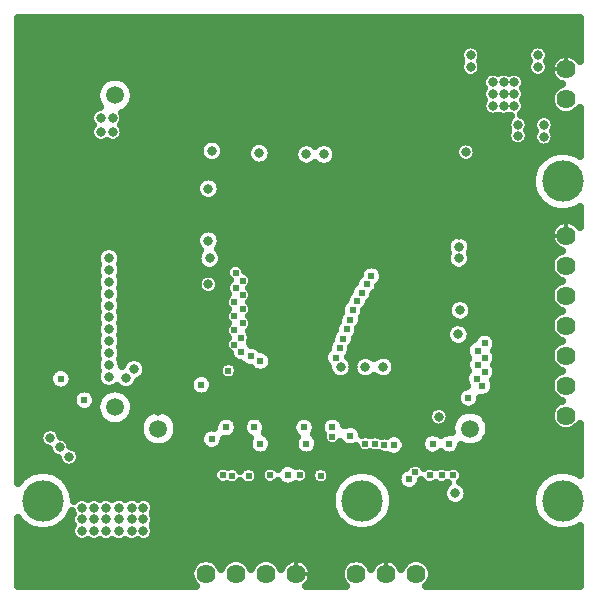
<source format=gbr>
G04 DipTrace 3.2.0.1*
G04 GND.gbr*
%MOIN*%
G04 #@! TF.FileFunction,Copper,L2,Inr*
G04 #@! TF.Part,Single*
%ADD36C,0.06378*%
%ADD40C,0.059055*%
%ADD48C,0.137795*%
G04 #@! TA.AperFunction,ViaPad*
%ADD16C,0.031496*%
%ADD20C,0.024*%
G04 #@! TA.AperFunction,CopperBalancing*
%ADD24C,0.025*%
%ADD25C,0.012992*%
%FSLAX26Y26*%
G04*
G70*
G90*
G75*
G01*
G04 Inner1_Plane*
%LPD*%
D16*
X1066929Y1755906D3*
X1393701Y1870466D3*
X1070866Y1523622D3*
X1393701Y1870466D3*
X1901575Y1523622D3*
D3*
X1070866D3*
X1900067Y1270146D3*
X1066929Y1755906D3*
X1590551Y1161417D3*
X1900067Y1270146D3*
X1590551Y1161417D3*
X1452756Y1870079D3*
X1901575Y1562992D3*
X1905512Y1350394D3*
X1649606Y1161417D3*
X1066929Y1582677D3*
X1078740Y1881890D3*
X1236220Y1874016D3*
D20*
X1177165Y1212598D3*
D16*
X818898Y1153543D3*
D20*
X1208661Y1196850D3*
D16*
X791339Y1125984D3*
D20*
X1240157Y1181102D3*
X574803Y1122047D3*
X1043307Y1102362D3*
X653543Y1051181D3*
D16*
X1889764Y740157D3*
D20*
X1964567Y1169291D3*
D3*
X1988189Y1192913D3*
X1964567Y1216535D3*
X1988189Y1240157D3*
X1610236Y1464567D3*
X1594488Y1437008D3*
X1331804Y802054D3*
X1578740Y1409449D3*
X1562992Y1381890D3*
X1539370Y1318898D3*
X1527559Y1287402D3*
X1515748Y1255906D3*
X1492126Y1192913D3*
D16*
X736220Y1169291D3*
Y1129921D3*
Y1523622D3*
Y1484252D3*
Y1444882D3*
Y1405512D3*
Y1366142D3*
Y1326772D3*
Y1287402D3*
Y1248031D3*
Y1208661D3*
D20*
X1078740Y921262D3*
X1125986Y960630D3*
X1220474Y960629D3*
X1240157Y905512D3*
X1393701D3*
X1385827Y960630D3*
X1480315D3*
X1539371Y933072D3*
X1685039Y901575D3*
X1736220Y787402D3*
X1547244Y1350394D3*
X1814962Y905512D3*
X1870035Y905555D3*
X1503937Y1224409D3*
D16*
X1507874Y1161417D3*
D20*
X1980315Y1098425D3*
D3*
X1960630Y1122047D3*
D3*
X1988189Y1145669D3*
D3*
X1933071Y1058633D3*
D16*
X767717Y692913D3*
Y653543D3*
Y614173D3*
X811024Y692913D3*
X850394D3*
X811024Y653543D3*
X850394D3*
X811024Y614173D3*
X850394D3*
X897638Y1015748D3*
X503937Y586614D3*
X574803Y452756D3*
X952756Y586614D3*
Y488189D3*
X1925197Y1877953D3*
X1078740Y803150D3*
X724409Y653543D3*
D20*
X1115406Y801148D3*
D16*
X685039Y653543D3*
D20*
X1145669Y799213D3*
D16*
X645669Y653543D3*
D20*
X1200787Y799213D3*
D16*
X645669Y614173D3*
D20*
X1233406Y801148D3*
D16*
X685039Y614173D3*
D20*
X1272906Y801148D3*
D16*
X724409Y614173D3*
X2098425Y1968504D3*
X1303150Y913386D3*
D20*
X1371302Y801148D3*
D16*
X1500000Y803150D3*
D20*
X1410606Y801148D3*
D16*
X1779528Y775591D3*
D20*
X1440945Y799213D3*
D16*
X1035433Y1007874D3*
D20*
X1480315Y929134D3*
D16*
X1326772Y1011811D3*
X1720472Y1437008D3*
X1799213Y1011811D3*
D20*
X1590551Y905512D3*
D16*
X1940945Y2200787D3*
D20*
X1622047Y905512D3*
D16*
X2007874Y1043307D3*
D20*
X1653543Y901575D3*
D16*
X2007874Y870079D3*
X692913Y1019685D3*
X842520Y2129921D3*
D20*
X1755906Y811024D3*
D16*
X669291Y2129921D3*
D20*
X1804605Y800948D3*
D16*
X791339Y838583D3*
D20*
X1843904Y800948D3*
D16*
X838583Y838583D3*
D20*
X1883306Y800948D3*
D16*
X708661Y1992126D3*
Y1944882D3*
X748031Y1992126D3*
Y1944882D3*
X1326772Y1649606D3*
X2051181Y2031496D3*
Y2070866D3*
Y2110236D3*
X1248031Y1822835D3*
X1358268Y1696850D3*
X1066929Y1661417D3*
X1759843Y1437008D3*
X1681102D3*
X1641732D3*
X1059055Y1236220D3*
X1259843Y1661417D3*
X795276Y1535433D3*
Y1594488D3*
Y1661417D3*
X799213Y1826772D3*
X795276Y1480315D3*
X799213Y1767717D3*
Y1877953D3*
X1066929Y1437008D3*
X2098425Y1933071D3*
X1173228Y771654D3*
X1464567Y724409D3*
X1637795Y807087D3*
X1696850Y728346D3*
X1834646Y996063D3*
X1940945Y2161417D3*
X1437008Y1153543D3*
X1165354Y1015748D3*
X2165354Y2200787D3*
Y2161417D3*
X2185039Y1968504D3*
X1901575Y1602362D3*
X716535Y1897638D3*
Y1791339D3*
Y1728346D3*
Y1661417D3*
Y1562992D3*
Y1610236D3*
X578740Y1429134D3*
Y1362205D3*
Y1318898D3*
Y1192913D3*
Y1496063D3*
X803150Y1236220D3*
X2185039Y1929134D3*
X1244094Y1755906D3*
X1917323Y1964567D3*
X1921260Y1929134D3*
X2003937D3*
D20*
X1157480Y1476378D3*
D16*
X602362Y862205D3*
X570866Y893701D3*
X539370Y925197D3*
X1681102Y1570866D3*
X2015748Y2110236D3*
Y2070866D3*
Y2031496D3*
X2086614Y2110236D3*
Y2070866D3*
Y2031496D3*
X724409Y692913D3*
X685039D3*
X645669D3*
X2003937Y1964567D3*
X1303150Y1696850D3*
X2255906Y547244D3*
Y507874D3*
D20*
X1181102Y1448819D3*
X1157480Y1425197D3*
X1181102Y1401575D3*
X1153543Y1377953D3*
X1181102Y1354331D3*
X1153543Y1330709D3*
D16*
X1405512Y1696850D3*
D20*
X1181102Y1307087D3*
X1153543Y1283465D3*
X1177165Y1259843D3*
X1153543Y1236220D3*
D16*
X1177165Y1881890D3*
X1547244Y1161417D3*
X1681102Y1492126D3*
X1901575Y1472441D3*
X1110236Y1476378D3*
X1511811Y1870079D3*
X1070866Y1476378D3*
D20*
X1133858Y1149606D3*
X434703Y2298852D2*
D24*
X2301530D1*
X434703Y2273983D2*
X2301530D1*
X434703Y2249114D2*
X2301530D1*
X434703Y2224245D2*
X1910823D1*
X1971084D2*
X2135207D1*
X2195504D2*
X2301530D1*
X434703Y2199377D2*
X1902211D1*
X1979661D2*
X2126630D1*
X2204080D2*
X2231950D1*
X2287726D2*
X2301530D1*
X434703Y2174508D2*
X1904651D1*
X1977257D2*
X2129070D1*
X434703Y2149639D2*
X1904148D1*
X1977723D2*
X2128568D1*
X434703Y2124770D2*
X728367D1*
X783461D2*
X1980043D1*
X2122336D2*
X2213578D1*
X434703Y2099902D2*
X699696D1*
X812133D2*
X1978500D1*
X2123843D2*
X2232955D1*
X434703Y2075033D2*
X690904D1*
X820924D2*
X1977244D1*
X2125135D2*
X2209559D1*
X434703Y2050164D2*
X692662D1*
X819166D2*
X1982161D1*
X2120183D2*
X2205073D1*
X434703Y2025295D2*
X691550D1*
X805710D2*
X1977531D1*
X2124812D2*
X2213219D1*
X434703Y2000427D2*
X670881D1*
X785830D2*
X1994576D1*
X2118102D2*
X2165385D1*
X2204726D2*
X2301530D1*
X434703Y1975558D2*
X673931D1*
X782780D2*
X2060352D1*
X2223099D2*
X2301530D1*
X434703Y1950689D2*
X670378D1*
X786296D2*
X2064264D1*
X2132599D2*
X2150960D1*
X2219116D2*
X2301530D1*
X434703Y1925820D2*
X675330D1*
X781380D2*
X2060424D1*
X2223637D2*
X2301530D1*
X434703Y1900951D2*
X1039519D1*
X1117974D2*
X1202325D1*
X1270123D2*
X1363230D1*
X1482808D2*
X1894675D1*
X1955726D2*
X2079120D1*
X2117743D2*
X2159751D1*
X2210324D2*
X2301530D1*
X434703Y1876083D2*
X1035285D1*
X1122208D2*
X1192385D1*
X1280027D2*
X1350204D1*
X1496193D2*
X1886493D1*
X1963908D2*
X2208697D1*
X2286865D2*
X2301530D1*
X434703Y1851214D2*
X1048490D1*
X1109003D2*
X1199203D1*
X1273245D2*
X1354582D1*
X1492066D2*
X1898227D1*
X1952173D2*
X2171270D1*
X434703Y1826345D2*
X2153759D1*
X434703Y1801476D2*
X2145075D1*
X434703Y1776608D2*
X1028610D1*
X1105235D2*
X2142958D1*
X434703Y1751739D2*
X1023263D1*
X1110582D2*
X2146977D1*
X434703Y1726870D2*
X1034962D1*
X1098919D2*
X2158029D1*
X434703Y1702001D2*
X2179452D1*
X434703Y1677133D2*
X2301530D1*
X434703Y1652264D2*
X2253696D1*
X2265973D2*
X2301530D1*
X434703Y1627395D2*
X2212681D1*
X434703Y1602526D2*
X1028144D1*
X1105737D2*
X1886888D1*
X1916289D2*
X2205001D1*
X434703Y1577657D2*
X1023371D1*
X1110510D2*
X1860370D1*
X1942772D2*
X2209953D1*
X434703Y1552789D2*
X704361D1*
X768067D2*
X1035823D1*
X1102723D2*
X1858970D1*
X1944171D2*
X2234642D1*
X434703Y1527920D2*
X692555D1*
X779873D2*
X1027211D1*
X1114529D2*
X1857929D1*
X1945212D2*
X2213004D1*
X434703Y1503051D2*
X696861D1*
X775567D2*
X1032486D1*
X1109254D2*
X1136406D1*
X1178546D2*
X1598846D1*
X1621644D2*
X1863169D1*
X1939973D2*
X2205037D1*
X434703Y1478182D2*
X692806D1*
X779658D2*
X1122519D1*
X1197529D2*
X1570641D1*
X1649813D2*
X2209702D1*
X434703Y1453314D2*
X693201D1*
X779227D2*
X1032055D1*
X1101790D2*
X1132100D1*
X1215794D2*
X1556000D1*
X1650603D2*
X2233565D1*
X434703Y1428445D2*
X695748D1*
X776679D2*
X1029220D1*
X1104661D2*
X1122627D1*
X1208940D2*
X1541610D1*
X1635531D2*
X2213362D1*
X434703Y1403576D2*
X692375D1*
X780052D2*
X1050428D1*
X1083453D2*
X1130701D1*
X1216045D2*
X1527472D1*
X1620316D2*
X2205073D1*
X434703Y1378707D2*
X694313D1*
X778151D2*
X1118536D1*
X1206679D2*
X1517209D1*
X1606035D2*
X1872857D1*
X1938179D2*
X2209487D1*
X434703Y1353839D2*
X694205D1*
X778222D2*
X1128225D1*
X1216081D2*
X1505403D1*
X1593296D2*
X1861769D1*
X1949231D2*
X2232560D1*
X434703Y1328970D2*
X692411D1*
X780052D2*
X1118608D1*
X1207648D2*
X1498693D1*
X1582925D2*
X1867618D1*
X1943418D2*
X2213685D1*
X434703Y1304101D2*
X695856D1*
X776572D2*
X1125928D1*
X1215973D2*
X1489255D1*
X1578511D2*
X1873934D1*
X1926193D2*
X2205109D1*
X434703Y1279232D2*
X693165D1*
X779263D2*
X1118823D1*
X1205746D2*
X1481361D1*
X1568715D2*
X1857212D1*
X1942915D2*
X1979900D1*
X1996455D2*
X2209236D1*
X434703Y1254364D2*
X692842D1*
X779622D2*
X1124062D1*
X1211703D2*
X1473789D1*
X1557734D2*
X1859329D1*
X2027530D2*
X2231627D1*
X434703Y1229495D2*
X696717D1*
X775710D2*
X1119254D1*
X1233413D2*
X1462270D1*
X1547615D2*
X1889866D1*
X1910261D2*
X1924746D1*
X2028714D2*
X2214044D1*
X434703Y1204626D2*
X692555D1*
X779909D2*
X1135976D1*
X1274393D2*
X1451900D1*
X1540618D2*
X1924423D1*
X2028427D2*
X2205145D1*
X434703Y1179757D2*
X693703D1*
X853400D2*
X1119218D1*
X1282144D2*
X1452366D1*
X1689178D2*
X1923992D1*
X2027925D2*
X2209020D1*
X434703Y1154888D2*
X550346D1*
X599268D2*
X694923D1*
X862765D2*
X1099302D1*
X1168427D2*
X1208103D1*
X1272204D2*
X1464531D1*
X1692946D2*
X1925284D1*
X2029109D2*
X2230694D1*
X434703Y1130020D2*
X533624D1*
X615990D2*
X692339D1*
X855445D2*
X1012606D1*
X1074016D2*
X1105438D1*
X1162291D2*
X1478418D1*
X1537316D2*
X1561095D1*
X1679059D2*
X1919435D1*
X2026956D2*
X2214403D1*
X434703Y1105151D2*
X536602D1*
X613012D2*
X700593D1*
X829573D2*
X1001410D1*
X1085212D2*
X1922413D1*
X2021753D2*
X2205217D1*
X434703Y1080282D2*
X624339D1*
X682770D2*
X718858D1*
X792935D2*
X1008048D1*
X1078573D2*
X1897546D1*
X2017913D2*
X2208805D1*
X434703Y1055413D2*
X611779D1*
X814932D2*
X1891194D1*
X1974924D2*
X2229833D1*
X434703Y1030545D2*
X617377D1*
X821355D2*
X1820969D1*
X1848325D2*
X1902785D1*
X1963333D2*
X2214762D1*
X434703Y1005676D2*
X694313D1*
X817515D2*
X858555D1*
X942249D2*
X1797213D1*
X1872080D2*
X1897940D1*
X1981634D2*
X2205253D1*
X434703Y980807D2*
X711143D1*
X800686D2*
X839787D1*
X961052D2*
X1089541D1*
X1162434D2*
X1184024D1*
X1256917D2*
X1349379D1*
X1422272D2*
X1443862D1*
X1516791D2*
X1799259D1*
X2000402D2*
X2208590D1*
X434703Y955938D2*
X517655D1*
X561087D2*
X834871D1*
X965932D2*
X1057317D1*
X1262192D2*
X1344104D1*
X1574098D2*
X1874257D1*
X2005318D2*
X2229008D1*
X434703Y931070D2*
X501113D1*
X577630D2*
X840218D1*
X960586D2*
X1037976D1*
X1154683D2*
X1191775D1*
X1272778D2*
X1357130D1*
X1426327D2*
X1445369D1*
X1713831D2*
X1782357D1*
X1999971D2*
X2301530D1*
X434703Y906201D2*
X505993D1*
X607378D2*
X859847D1*
X940957D2*
X1039734D1*
X1117758D2*
X1198163D1*
X1282144D2*
X1351711D1*
X1435692D2*
X1454771D1*
X1726785D2*
X1772956D1*
X1980343D2*
X2301530D1*
X434703Y881332D2*
X534305D1*
X635654D2*
X1206416D1*
X1273891D2*
X1359965D1*
X1427439D2*
X1566335D1*
X1721474D2*
X1781245D1*
X1903730D2*
X2301530D1*
X434703Y856463D2*
X564089D1*
X640642D2*
X2301530D1*
X434703Y831594D2*
X580452D1*
X624279D2*
X1101527D1*
X1129277D2*
X1259022D1*
X1286773D2*
X1303088D1*
X1385167D2*
X1435680D1*
X1446215D2*
X1728244D1*
X1817931D2*
X1830586D1*
X1857224D2*
X1869987D1*
X1896625D2*
X2301530D1*
X434703Y806726D2*
X464977D1*
X566577D2*
X1080893D1*
X1475057D2*
X1529159D1*
X1630759D2*
X1699285D1*
X1917796D2*
X2196963D1*
X597043Y781857D2*
X1086742D1*
X1230758D2*
X1244238D1*
X1470931D2*
X1498657D1*
X1661224D2*
X1694621D1*
X1912091D2*
X2166498D1*
X612294Y756988D2*
X1483442D1*
X1676475D2*
X1708508D1*
X1763925D2*
X1849461D1*
X1930069D2*
X2151247D1*
X619471Y732119D2*
X1476265D1*
X1683652D2*
X1846662D1*
X1932832D2*
X2144106D1*
X886198Y707251D2*
X1475476D1*
X1684442D2*
X1862200D1*
X1917330D2*
X2143281D1*
X887561Y682382D2*
X1480894D1*
X1679023D2*
X2148699D1*
X888925Y657513D2*
X1493705D1*
X1666212D2*
X2161546D1*
X434703Y632644D2*
X454427D1*
X577127D2*
X611995D1*
X884081D2*
X1518609D1*
X1641309D2*
X2186413D1*
X434703Y607776D2*
X607473D1*
X888566D2*
X2301530D1*
X434703Y582907D2*
X624841D1*
X871234D2*
X2301530D1*
X434703Y558038D2*
X2301530D1*
X434703Y533169D2*
X2301530D1*
X434703Y508301D2*
X1018347D1*
X1099745D2*
X1118356D1*
X1199754D2*
X1218366D1*
X1299763D2*
X1318375D1*
X1399736D2*
X1519147D1*
X1600544D2*
X1619156D1*
X1700554D2*
X1719165D1*
X1800527D2*
X2301530D1*
X434703Y483432D2*
X1005321D1*
X1412762D2*
X1506121D1*
X1813553D2*
X2301530D1*
X434703Y458563D2*
X1006039D1*
X1412081D2*
X1506839D1*
X1812871D2*
X2301530D1*
X434703Y433694D2*
X1021290D1*
X1396830D2*
X1522089D1*
X1797620D2*
X2301530D1*
X2244209Y2103549D2*
X2238091Y2105883D1*
X2231641Y2109392D1*
X2225745Y2113769D1*
X2220518Y2118927D1*
X2216065Y2124765D1*
X2212471Y2131169D1*
X2209808Y2138012D1*
X2208128Y2145160D1*
X2207464Y2152473D1*
X2207829Y2159807D1*
X2209215Y2167018D1*
X2211597Y2173964D1*
X2214926Y2180509D1*
X2219137Y2186525D1*
X2224148Y2191892D1*
X2229861Y2196506D1*
X2236162Y2200276D1*
X2242929Y2203128D1*
X2250028Y2205006D1*
X2257320Y2205872D1*
X2264661Y2205711D1*
X2271907Y2204525D1*
X2278917Y2202337D1*
X2285552Y2199191D1*
X2291682Y2195148D1*
X2297186Y2190288D1*
X2301957Y2184705D1*
X2304033Y2181683D1*
X2304035Y2323736D1*
X432221Y2323720D1*
X432185Y775581D1*
X437916Y782943D1*
X443373Y788847D1*
X449278Y794305D1*
X455592Y799282D1*
X462277Y803749D1*
X469292Y807678D1*
X476594Y811044D1*
X484137Y813827D1*
X491875Y816009D1*
X499761Y817578D1*
X507746Y818523D1*
X515780Y818839D1*
X523814Y818523D1*
X531798Y817578D1*
X539684Y816009D1*
X547422Y813827D1*
X554965Y811044D1*
X562267Y807678D1*
X569282Y803749D1*
X575967Y799282D1*
X582281Y794305D1*
X588186Y788847D1*
X593643Y782943D1*
X598621Y776629D1*
X603088Y769944D1*
X607016Y762928D1*
X610383Y755627D1*
X613165Y748084D1*
X615348Y740345D1*
X616916Y732459D1*
X617862Y724475D1*
X618173Y716535D1*
X622128Y720477D1*
X626730Y723820D1*
X631798Y726402D1*
X637207Y728160D1*
X642825Y729050D1*
X648513D1*
X654131Y728160D1*
X659541Y726402D1*
X665339Y723332D1*
X671168Y726402D1*
X676577Y728160D1*
X682195Y729050D1*
X687883D1*
X693501Y728160D1*
X698911Y726402D1*
X704709Y723332D1*
X710538Y726402D1*
X715948Y728160D1*
X721565Y729050D1*
X727253D1*
X732871Y728160D1*
X738281Y726402D1*
X743349Y723820D1*
X746056Y721970D1*
X751260Y725211D1*
X756515Y727387D1*
X762046Y728715D1*
X767717Y729161D1*
X773387Y728715D1*
X778918Y727387D1*
X784173Y725211D1*
X789363Y721970D1*
X794567Y725211D1*
X799822Y727387D1*
X805353Y728715D1*
X811024Y729161D1*
X816694Y728715D1*
X822225Y727387D1*
X827480Y725211D1*
X830693Y723332D1*
X836522Y726402D1*
X841932Y728160D1*
X847550Y729050D1*
X853238D1*
X858856Y728160D1*
X864265Y726402D1*
X869333Y723820D1*
X873935Y720477D1*
X877957Y716455D1*
X881300Y711853D1*
X883883Y706785D1*
X885640Y701375D1*
X886530Y695757D1*
Y690069D1*
X885640Y684451D1*
X883883Y679042D1*
X880812Y673244D1*
X883883Y667415D1*
X885640Y662005D1*
X886530Y656387D1*
Y650699D1*
X885640Y645081D1*
X883883Y639672D1*
X880812Y633873D1*
X883883Y628045D1*
X885640Y622635D1*
X886530Y617017D1*
Y611329D1*
X885640Y605711D1*
X883883Y600302D1*
X881300Y595234D1*
X877957Y590632D1*
X873935Y586610D1*
X869333Y583267D1*
X864265Y580684D1*
X858856Y578927D1*
X853238Y578037D1*
X847550D1*
X841932Y578927D1*
X836522Y580684D1*
X830724Y583755D1*
X824895Y580684D1*
X819486Y578927D1*
X813868Y578037D1*
X808180D1*
X802562Y578927D1*
X797152Y580684D1*
X792084Y583267D1*
X789377Y585116D1*
X784173Y581876D1*
X778918Y579699D1*
X773387Y578371D1*
X767717Y577925D1*
X762046Y578371D1*
X756515Y579699D1*
X751260Y581876D1*
X746070Y585116D1*
X740866Y581876D1*
X735611Y579699D1*
X730080Y578371D1*
X724409Y577925D1*
X718739Y578371D1*
X713208Y579699D1*
X707953Y581876D1*
X704740Y583755D1*
X698911Y580684D1*
X693501Y578927D1*
X687883Y578037D1*
X682195D1*
X676577Y578927D1*
X671168Y580684D1*
X665370Y583755D1*
X659541Y580684D1*
X654131Y578927D1*
X648513Y578037D1*
X642825D1*
X637207Y578927D1*
X631798Y580684D1*
X626730Y583267D1*
X622128Y586610D1*
X618106Y590632D1*
X614763Y595234D1*
X612180Y600302D1*
X610423Y605711D1*
X609533Y611329D1*
Y617017D1*
X610423Y622635D1*
X612180Y628045D1*
X615251Y633843D1*
X612180Y639672D1*
X610423Y645081D1*
X609533Y650699D1*
Y656387D1*
X610423Y662005D1*
X612180Y667415D1*
X615251Y673213D1*
X612180Y679042D1*
X611653Y680471D1*
X607016Y669953D1*
X603088Y662938D1*
X598621Y656253D1*
X593643Y649939D1*
X588186Y644035D1*
X582281Y638577D1*
X575967Y633600D1*
X569282Y629133D1*
X562267Y625204D1*
X554965Y621838D1*
X547422Y619055D1*
X539684Y616873D1*
X531798Y615304D1*
X523814Y614359D1*
X515780Y614043D1*
X507746Y614359D1*
X499761Y615304D1*
X491875Y616873D1*
X484137Y619055D1*
X476594Y621838D1*
X469292Y625204D1*
X462277Y629133D1*
X455592Y633600D1*
X449278Y638577D1*
X443373Y644035D1*
X437916Y649939D1*
X432188Y657376D1*
X432185Y432170D1*
X1025518Y432185D1*
X1019218Y438417D1*
X1014386Y445067D1*
X1010653Y452392D1*
X1008113Y460211D1*
X1006827Y468330D1*
Y476551D1*
X1008113Y484671D1*
X1010653Y492490D1*
X1014386Y499815D1*
X1019218Y506465D1*
X1025031Y512278D1*
X1031682Y517111D1*
X1039006Y520843D1*
X1046825Y523383D1*
X1054945Y524669D1*
X1063166D1*
X1071285Y523383D1*
X1079104Y520843D1*
X1086429Y517111D1*
X1093080Y512278D1*
X1098893Y506465D1*
X1103725Y499815D1*
X1107457Y492490D1*
X1109042Y488058D1*
X1112375Y496225D1*
X1116671Y503235D1*
X1122010Y509486D1*
X1128261Y514825D1*
X1135271Y519121D1*
X1142866Y522267D1*
X1150860Y524186D1*
X1159055Y524831D1*
X1167251Y524186D1*
X1175244Y522267D1*
X1182840Y519121D1*
X1189849Y514825D1*
X1196100Y509486D1*
X1201439Y503235D1*
X1205735Y496225D1*
X1209042Y488058D1*
X1212375Y496225D1*
X1216671Y503235D1*
X1222010Y509486D1*
X1228261Y514825D1*
X1235271Y519121D1*
X1242866Y522267D1*
X1250860Y524186D1*
X1259055Y524831D1*
X1267251Y524186D1*
X1275244Y522267D1*
X1282840Y519121D1*
X1289849Y514825D1*
X1296100Y509486D1*
X1301439Y503235D1*
X1305735Y496225D1*
X1309042Y488058D1*
X1311555Y494541D1*
X1315111Y500965D1*
X1319531Y506829D1*
X1324728Y512018D1*
X1330598Y516428D1*
X1337028Y519975D1*
X1343890Y522588D1*
X1351051Y524216D1*
X1358368Y524826D1*
X1365700Y524408D1*
X1372900Y522968D1*
X1379829Y520536D1*
X1386349Y517159D1*
X1392333Y512904D1*
X1397664Y507853D1*
X1402236Y502107D1*
X1405960Y495778D1*
X1408762Y488991D1*
X1410588Y481879D1*
X1411401Y474581D1*
X1411155Y466939D1*
X1409874Y459709D1*
X1407595Y452729D1*
X1404362Y446135D1*
X1400239Y440059D1*
X1395307Y434619D1*
X1392583Y432185D1*
X1526317D1*
X1520005Y438417D1*
X1515173Y445067D1*
X1511441Y452392D1*
X1508900Y460211D1*
X1507614Y468330D1*
Y476551D1*
X1508900Y484671D1*
X1511441Y492490D1*
X1515173Y499815D1*
X1520005Y506465D1*
X1525818Y512278D1*
X1532469Y517111D1*
X1539794Y520843D1*
X1547612Y523383D1*
X1555732Y524669D1*
X1563953D1*
X1572073Y523383D1*
X1579891Y520843D1*
X1587216Y517111D1*
X1593867Y512278D1*
X1599680Y506465D1*
X1604512Y499815D1*
X1608244Y492490D1*
X1609830Y488058D1*
X1612342Y494541D1*
X1615899Y500965D1*
X1620319Y506829D1*
X1625515Y512018D1*
X1631386Y516428D1*
X1637815Y519975D1*
X1644678Y522588D1*
X1651838Y524216D1*
X1659156Y524826D1*
X1666487Y524408D1*
X1673688Y522968D1*
X1680616Y520536D1*
X1687137Y517159D1*
X1693121Y512904D1*
X1698451Y507853D1*
X1703023Y502107D1*
X1706747Y495778D1*
X1709549Y488991D1*
X1709839Y488067D1*
X1713163Y496225D1*
X1717458Y503235D1*
X1722797Y509486D1*
X1729049Y514825D1*
X1736058Y519121D1*
X1743653Y522267D1*
X1751647Y524186D1*
X1759843Y524831D1*
X1768038Y524186D1*
X1776032Y522267D1*
X1783627Y519121D1*
X1790636Y514825D1*
X1796888Y509486D1*
X1802227Y503235D1*
X1806522Y496225D1*
X1809668Y488630D1*
X1811587Y480637D1*
X1812232Y472441D1*
X1811587Y464245D1*
X1809668Y456252D1*
X1806522Y448656D1*
X1802227Y441647D1*
X1796888Y435396D1*
X1793324Y432176D1*
X2304000Y432185D1*
X2304035Y630863D1*
X2294267Y625204D1*
X2286965Y621838D1*
X2279422Y619055D1*
X2271684Y616873D1*
X2263798Y615304D1*
X2255814Y614359D1*
X2247780Y614043D1*
X2239746Y614359D1*
X2231761Y615304D1*
X2223875Y616873D1*
X2216137Y619055D1*
X2208594Y621838D1*
X2201292Y625204D1*
X2194277Y629133D1*
X2187592Y633600D1*
X2181278Y638577D1*
X2175373Y644035D1*
X2169916Y649939D1*
X2164938Y656253D1*
X2160471Y662938D1*
X2156543Y669953D1*
X2153176Y677255D1*
X2150394Y684798D1*
X2148211Y692537D1*
X2146643Y700422D1*
X2145698Y708407D1*
X2145382Y716441D1*
X2145698Y724475D1*
X2146643Y732459D1*
X2148211Y740345D1*
X2150394Y748084D1*
X2153176Y755627D1*
X2156543Y762928D1*
X2160471Y769944D1*
X2164938Y776629D1*
X2169916Y782943D1*
X2175373Y788847D1*
X2181278Y794305D1*
X2187592Y799282D1*
X2194277Y803749D1*
X2201292Y807678D1*
X2208594Y811044D1*
X2216137Y813827D1*
X2223875Y816009D1*
X2231761Y817578D1*
X2239746Y818523D1*
X2247780Y818839D1*
X2255814Y818523D1*
X2263798Y817578D1*
X2271684Y816009D1*
X2279422Y813827D1*
X2286965Y811044D1*
X2294267Y807678D1*
X2304024Y801917D1*
X2304035Y971835D1*
X2299680Y965976D1*
X2293867Y960163D1*
X2287216Y955330D1*
X2279891Y951598D1*
X2272073Y949058D1*
X2263953Y947772D1*
X2255732D1*
X2247612Y949058D1*
X2239794Y951598D1*
X2232469Y955330D1*
X2225818Y960163D1*
X2220005Y965976D1*
X2215173Y972626D1*
X2211441Y979951D1*
X2208900Y987770D1*
X2207614Y995890D1*
Y1004110D1*
X2208900Y1012230D1*
X2211441Y1020049D1*
X2215173Y1027374D1*
X2220005Y1034024D1*
X2225818Y1039837D1*
X2232469Y1044670D1*
X2239794Y1048402D1*
X2244225Y1049987D1*
X2236058Y1053320D1*
X2229049Y1057616D1*
X2222797Y1062955D1*
X2217458Y1069206D1*
X2213163Y1076216D1*
X2210017Y1083811D1*
X2208098Y1091804D1*
X2207453Y1100000D1*
X2208098Y1108196D1*
X2210017Y1116189D1*
X2213163Y1123784D1*
X2217458Y1130794D1*
X2222797Y1137045D1*
X2229049Y1142384D1*
X2236058Y1146680D1*
X2244225Y1149987D1*
X2236058Y1153320D1*
X2229049Y1157616D1*
X2222797Y1162955D1*
X2217458Y1169206D1*
X2213163Y1176216D1*
X2210017Y1183811D1*
X2208098Y1191804D1*
X2207453Y1200000D1*
X2208098Y1208196D1*
X2210017Y1216189D1*
X2213163Y1223784D1*
X2217458Y1230794D1*
X2222797Y1237045D1*
X2229049Y1242384D1*
X2236058Y1246680D1*
X2244225Y1249987D1*
X2236058Y1253320D1*
X2229049Y1257616D1*
X2222797Y1262955D1*
X2217458Y1269206D1*
X2213163Y1276216D1*
X2210017Y1283811D1*
X2208098Y1291804D1*
X2207453Y1300000D1*
X2208098Y1308196D1*
X2210017Y1316189D1*
X2213163Y1323784D1*
X2217458Y1330794D1*
X2222797Y1337045D1*
X2229049Y1342384D1*
X2236058Y1346680D1*
X2244225Y1349987D1*
X2236058Y1353320D1*
X2229049Y1357616D1*
X2222797Y1362955D1*
X2217458Y1369206D1*
X2213163Y1376216D1*
X2210017Y1383811D1*
X2208098Y1391804D1*
X2207453Y1400000D1*
X2208098Y1408196D1*
X2210017Y1416189D1*
X2213163Y1423784D1*
X2217458Y1430794D1*
X2222797Y1437045D1*
X2229049Y1442384D1*
X2236058Y1446680D1*
X2244225Y1449987D1*
X2236058Y1453320D1*
X2229049Y1457616D1*
X2222797Y1462955D1*
X2217458Y1469206D1*
X2213163Y1476216D1*
X2210017Y1483811D1*
X2208098Y1491804D1*
X2207453Y1500000D1*
X2208098Y1508196D1*
X2210017Y1516189D1*
X2213163Y1523784D1*
X2217458Y1530794D1*
X2222797Y1537045D1*
X2229049Y1542384D1*
X2236058Y1546680D1*
X2244225Y1549987D1*
X2238091Y1552339D1*
X2231641Y1555849D1*
X2225745Y1560225D1*
X2220518Y1565384D1*
X2216065Y1571222D1*
X2212471Y1577625D1*
X2209808Y1584469D1*
X2208128Y1591617D1*
X2207464Y1598930D1*
X2207829Y1606264D1*
X2209215Y1613475D1*
X2211597Y1620421D1*
X2214926Y1626966D1*
X2219137Y1632981D1*
X2224148Y1638349D1*
X2229861Y1642963D1*
X2236162Y1646733D1*
X2242929Y1649584D1*
X2250028Y1651462D1*
X2257320Y1652329D1*
X2264661Y1652168D1*
X2271907Y1650982D1*
X2278917Y1648794D1*
X2285552Y1645648D1*
X2291682Y1641605D1*
X2297186Y1636744D1*
X2301957Y1631162D1*
X2304033Y1628140D1*
X2304035Y1694901D1*
X2294267Y1689204D1*
X2286965Y1685838D1*
X2279422Y1683055D1*
X2271684Y1680873D1*
X2263798Y1679304D1*
X2255814Y1678359D1*
X2247780Y1678043D1*
X2239746Y1678359D1*
X2231761Y1679304D1*
X2223875Y1680873D1*
X2216137Y1683055D1*
X2208594Y1685838D1*
X2201292Y1689204D1*
X2194277Y1693133D1*
X2187592Y1697600D1*
X2181278Y1702577D1*
X2175373Y1708035D1*
X2169916Y1713939D1*
X2164938Y1720253D1*
X2160471Y1726938D1*
X2156543Y1733953D1*
X2153176Y1741255D1*
X2150394Y1748798D1*
X2148211Y1756537D1*
X2146643Y1764422D1*
X2145698Y1772407D1*
X2145382Y1780441D1*
X2145698Y1788475D1*
X2146643Y1796459D1*
X2148211Y1804345D1*
X2150394Y1812084D1*
X2153176Y1819627D1*
X2156543Y1826928D1*
X2160471Y1833944D1*
X2164938Y1840629D1*
X2169916Y1846943D1*
X2175373Y1852847D1*
X2181278Y1858305D1*
X2187592Y1863282D1*
X2194277Y1867749D1*
X2201292Y1871678D1*
X2208594Y1875044D1*
X2216137Y1877827D1*
X2223875Y1880009D1*
X2231761Y1881578D1*
X2239746Y1882523D1*
X2247780Y1882839D1*
X2255814Y1882523D1*
X2263798Y1881578D1*
X2271684Y1880009D1*
X2279422Y1877827D1*
X2286965Y1875044D1*
X2294267Y1871678D1*
X2304024Y1865917D1*
X2304035Y2025395D1*
X2299680Y2019519D1*
X2293867Y2013706D1*
X2287216Y2008874D1*
X2279891Y2005141D1*
X2272073Y2002601D1*
X2263953Y2001315D1*
X2255732D1*
X2247612Y2002601D1*
X2239794Y2005141D1*
X2232469Y2008874D1*
X2225818Y2013706D1*
X2220005Y2019519D1*
X2215173Y2026170D1*
X2211441Y2033495D1*
X2208900Y2041313D1*
X2207614Y2049433D1*
Y2057654D1*
X2208900Y2065773D1*
X2211441Y2073592D1*
X2215173Y2080917D1*
X2220005Y2087568D1*
X2225818Y2093381D1*
X2232469Y2098213D1*
X2239794Y2101945D1*
X2244225Y2103530D1*
X2002613Y951496D2*
X2001066Y941727D1*
X1998009Y932321D1*
X1993519Y923509D1*
X1987706Y915508D1*
X1980713Y908514D1*
X1972711Y902701D1*
X1963899Y898211D1*
X1954493Y895155D1*
X1944725Y893608D1*
X1934834D1*
X1925066Y895155D1*
X1915660Y898211D1*
X1909293Y901331D1*
X1908444Y896334D1*
X1906529Y890439D1*
X1903715Y884916D1*
X1900071Y879902D1*
X1895689Y875519D1*
X1890674Y871876D1*
X1885151Y869062D1*
X1879257Y867147D1*
X1873135Y866177D1*
X1866936D1*
X1860814Y867147D1*
X1854919Y869062D1*
X1849397Y871876D1*
X1844382Y875519D1*
X1842541Y877221D1*
X1838179Y873556D1*
X1832895Y870317D1*
X1827168Y867945D1*
X1821141Y866498D1*
X1814962Y866012D1*
X1808783Y866498D1*
X1802756Y867945D1*
X1797029Y870317D1*
X1791744Y873556D1*
X1787031Y877581D1*
X1783006Y882294D1*
X1779767Y887579D1*
X1777395Y893306D1*
X1775948Y899333D1*
X1775462Y905512D1*
X1775948Y911691D1*
X1777395Y917718D1*
X1779767Y923444D1*
X1783006Y928729D1*
X1787031Y933443D1*
X1791744Y937468D1*
X1797029Y940707D1*
X1802756Y943079D1*
X1808783Y944526D1*
X1814962Y945012D1*
X1821141Y944526D1*
X1827168Y943079D1*
X1832895Y940707D1*
X1838179Y937468D1*
X1842457Y933845D1*
X1846818Y937511D1*
X1852103Y940750D1*
X1857829Y943122D1*
X1863856Y944569D1*
X1870035Y945055D1*
X1876215Y944569D1*
X1877938Y944226D1*
X1876946Y951496D1*
Y961386D1*
X1878493Y971154D1*
X1881550Y980561D1*
X1886040Y989373D1*
X1891853Y997374D1*
X1898846Y1004367D1*
X1906848Y1010181D1*
X1915660Y1014671D1*
X1925066Y1017727D1*
X1933663Y1019136D1*
X1926892Y1019619D1*
X1920865Y1021066D1*
X1915138Y1023438D1*
X1909853Y1026676D1*
X1905140Y1030702D1*
X1901115Y1035415D1*
X1897876Y1040700D1*
X1895504Y1046426D1*
X1894057Y1052453D1*
X1893571Y1058633D1*
X1894057Y1064812D1*
X1895504Y1070839D1*
X1897876Y1076565D1*
X1901115Y1081850D1*
X1905140Y1086563D1*
X1909853Y1090589D1*
X1915138Y1093827D1*
X1920865Y1096199D1*
X1926892Y1097646D1*
X1929334Y1097935D1*
X1925435Y1104115D1*
X1923063Y1109841D1*
X1921616Y1115868D1*
X1921130Y1122047D1*
X1921616Y1128226D1*
X1923063Y1134253D1*
X1925435Y1139980D1*
X1928674Y1145265D1*
X1931128Y1148279D1*
X1928074Y1154175D1*
X1926158Y1160070D1*
X1925189Y1166192D1*
Y1172390D1*
X1926158Y1178512D1*
X1928074Y1184407D1*
X1930888Y1189930D1*
X1932918Y1192899D1*
X1929372Y1198603D1*
X1927000Y1204329D1*
X1925553Y1210356D1*
X1925067Y1216535D1*
X1925553Y1222715D1*
X1927000Y1228742D1*
X1929372Y1234468D1*
X1932611Y1239753D1*
X1936636Y1244466D1*
X1941349Y1248492D1*
X1946634Y1251730D1*
X1951054Y1253620D1*
X1952994Y1258090D1*
X1956233Y1263375D1*
X1960258Y1268088D1*
X1964971Y1272114D1*
X1970256Y1275352D1*
X1975983Y1277724D1*
X1982010Y1279171D1*
X1988189Y1279657D1*
X1994368Y1279171D1*
X2000395Y1277724D1*
X2006122Y1275352D1*
X2011406Y1272114D1*
X2016120Y1268088D1*
X2020145Y1263375D1*
X2023384Y1258090D1*
X2025756Y1252364D1*
X2027203Y1246337D1*
X2027689Y1240157D1*
X2027203Y1233978D1*
X2025756Y1227951D1*
X2023384Y1222225D1*
X2019838Y1216550D1*
X2023384Y1210846D1*
X2025756Y1205120D1*
X2027203Y1199093D1*
X2027689Y1192913D1*
X2027203Y1186734D1*
X2025756Y1180707D1*
X2023384Y1174981D1*
X2019838Y1169306D1*
X2023384Y1163602D1*
X2025756Y1157875D1*
X2027203Y1151848D1*
X2027689Y1145669D1*
X2027203Y1139490D1*
X2025756Y1133463D1*
X2023384Y1127737D1*
X2020145Y1122452D1*
X2016120Y1117739D1*
X2015221Y1116908D1*
X2017882Y1110631D1*
X2019329Y1104604D1*
X2019815Y1098425D1*
X2019329Y1092246D1*
X2017882Y1086219D1*
X2015510Y1080493D1*
X2012271Y1075208D1*
X2008246Y1070494D1*
X2003532Y1066469D1*
X1998248Y1063230D1*
X1992521Y1060858D1*
X1986494Y1059412D1*
X1980315Y1058925D1*
X1974136Y1059412D1*
X1972555Y1059726D1*
X1972085Y1052453D1*
X1970638Y1046426D1*
X1968266Y1040700D1*
X1965027Y1035415D1*
X1961002Y1030702D1*
X1956288Y1026676D1*
X1951003Y1023438D1*
X1945277Y1021066D1*
X1939250Y1019619D1*
X1937674Y1019432D1*
X1944725Y1019274D1*
X1954493Y1017727D1*
X1963899Y1014671D1*
X1972711Y1010181D1*
X1980713Y1004367D1*
X1987706Y997374D1*
X1993519Y989373D1*
X1998009Y980561D1*
X2001066Y971154D1*
X2002613Y961386D1*
Y951496D1*
X963241D2*
X961694Y941727D1*
X958638Y932321D1*
X954148Y923509D1*
X948335Y915508D1*
X941341Y908514D1*
X933340Y902701D1*
X924528Y898211D1*
X915122Y895155D1*
X905353Y893608D1*
X895463D1*
X885695Y895155D1*
X876289Y898211D1*
X867476Y902701D1*
X859475Y908514D1*
X852482Y915508D1*
X846668Y923509D1*
X842178Y932321D1*
X839122Y941727D1*
X837575Y951496D1*
Y961386D1*
X839122Y971154D1*
X842178Y980561D1*
X846668Y989373D1*
X852482Y997374D1*
X859475Y1004367D1*
X867476Y1010181D1*
X876289Y1014671D1*
X885695Y1017727D1*
X895463Y1019274D1*
X905353D1*
X915122Y1017727D1*
X924528Y1014671D1*
X933340Y1010181D1*
X941341Y1004367D1*
X948335Y997374D1*
X954148Y989373D1*
X958638Y980561D1*
X961694Y971154D1*
X963241Y961386D1*
Y951496D1*
X818739Y1022614D2*
X817192Y1012846D1*
X814135Y1003439D1*
X809645Y994627D1*
X803832Y986626D1*
X796839Y979633D1*
X788837Y973819D1*
X780025Y969329D1*
X770619Y966273D1*
X760851Y964726D1*
X750960D1*
X741192Y966273D1*
X731786Y969329D1*
X722974Y973819D1*
X714972Y979633D1*
X707979Y986626D1*
X702166Y994627D1*
X697676Y1003439D1*
X694619Y1012846D1*
X693072Y1022614D1*
Y1032504D1*
X694619Y1042273D1*
X697676Y1051679D1*
X702166Y1060491D1*
X707979Y1068492D1*
X714972Y1075486D1*
X722974Y1081299D1*
X731786Y1085789D1*
X741211Y1088849D1*
X736220Y1088547D1*
X729748Y1089057D1*
X723435Y1090572D1*
X717437Y1093057D1*
X711901Y1096449D1*
X706965Y1100665D1*
X702748Y1105602D1*
X699356Y1111138D1*
X696871Y1117136D1*
X695356Y1123449D1*
X694846Y1129921D1*
X695356Y1136394D1*
X696871Y1142707D1*
X699356Y1148705D1*
X699846Y1149579D1*
X696871Y1156506D1*
X695356Y1162819D1*
X694846Y1169291D1*
X695356Y1175764D1*
X696871Y1182077D1*
X699356Y1188075D1*
X699846Y1188949D1*
X696871Y1195876D1*
X695356Y1202189D1*
X694846Y1208661D1*
X695356Y1215134D1*
X696871Y1221447D1*
X699356Y1227445D1*
X699846Y1228320D1*
X696871Y1235246D1*
X695356Y1241559D1*
X694846Y1248031D1*
X695356Y1254504D1*
X696871Y1260817D1*
X699356Y1266815D1*
X699846Y1267690D1*
X696871Y1274616D1*
X695356Y1280929D1*
X694846Y1287402D1*
X695356Y1293874D1*
X696871Y1300187D1*
X699356Y1306185D1*
X699846Y1307060D1*
X696871Y1313986D1*
X695356Y1320299D1*
X694846Y1326772D1*
X695356Y1333244D1*
X696871Y1339557D1*
X699356Y1345555D1*
X699846Y1346430D1*
X696871Y1353356D1*
X695356Y1359669D1*
X694846Y1366142D1*
X695356Y1372614D1*
X696871Y1378927D1*
X699356Y1384925D1*
X699846Y1385800D1*
X696871Y1392727D1*
X695356Y1399039D1*
X694846Y1405512D1*
X695356Y1411984D1*
X696871Y1418297D1*
X699356Y1424295D1*
X699846Y1425170D1*
X696871Y1432097D1*
X695356Y1438410D1*
X694846Y1444882D1*
X695356Y1451354D1*
X696871Y1457667D1*
X699356Y1463665D1*
X699846Y1464540D1*
X696871Y1471467D1*
X695356Y1477780D1*
X694846Y1484252D1*
X695356Y1490724D1*
X696871Y1497037D1*
X699356Y1503035D1*
X699846Y1503910D1*
X696871Y1510837D1*
X695356Y1517150D1*
X694846Y1523622D1*
X695356Y1530094D1*
X696871Y1536407D1*
X699356Y1542405D1*
X702748Y1547941D1*
X706965Y1552878D1*
X711901Y1557094D1*
X717437Y1560487D1*
X723435Y1562971D1*
X729748Y1564487D1*
X736220Y1564996D1*
X742693Y1564487D1*
X749006Y1562971D1*
X755004Y1560487D1*
X760540Y1557094D1*
X765476Y1552878D1*
X769693Y1547941D1*
X773085Y1542405D1*
X775569Y1536407D1*
X777085Y1530094D1*
X777594Y1523622D1*
X777085Y1517150D1*
X775569Y1510837D1*
X773085Y1504839D1*
X772595Y1503964D1*
X775569Y1497037D1*
X777085Y1490724D1*
X777594Y1484252D1*
X777085Y1477780D1*
X775569Y1471467D1*
X773085Y1465469D1*
X772595Y1464594D1*
X775569Y1457667D1*
X777085Y1451354D1*
X777594Y1444882D1*
X777085Y1438410D1*
X775569Y1432097D1*
X773085Y1426098D1*
X772595Y1425224D1*
X775569Y1418297D1*
X777085Y1411984D1*
X777594Y1405512D1*
X777085Y1399039D1*
X775569Y1392727D1*
X773085Y1386728D1*
X772595Y1385854D1*
X775569Y1378927D1*
X777085Y1372614D1*
X777594Y1366142D1*
X777085Y1359669D1*
X775569Y1353356D1*
X773085Y1347358D1*
X772595Y1346484D1*
X775569Y1339557D1*
X777085Y1333244D1*
X777594Y1326772D1*
X777085Y1320299D1*
X775569Y1313986D1*
X773085Y1307988D1*
X772595Y1307114D1*
X775569Y1300187D1*
X777085Y1293874D1*
X777594Y1287402D1*
X777085Y1280929D1*
X775569Y1274616D1*
X773085Y1268618D1*
X772595Y1267743D1*
X775569Y1260817D1*
X777085Y1254504D1*
X777594Y1248031D1*
X777085Y1241559D1*
X775569Y1235246D1*
X773085Y1229248D1*
X772595Y1228373D1*
X775569Y1221447D1*
X777085Y1215134D1*
X777594Y1208661D1*
X777085Y1202189D1*
X775569Y1195876D1*
X773085Y1189878D1*
X772595Y1189003D1*
X775569Y1182077D1*
X777085Y1175764D1*
X777594Y1169291D1*
X777334Y1164924D1*
X779298Y1165543D1*
X782033Y1172327D1*
X785425Y1177862D1*
X789642Y1182799D1*
X794579Y1187016D1*
X800114Y1190408D1*
X806112Y1192892D1*
X812425Y1194408D1*
X818898Y1194917D1*
X825370Y1194408D1*
X831683Y1192892D1*
X837681Y1190408D1*
X843217Y1187016D1*
X848153Y1182799D1*
X852370Y1177862D1*
X855762Y1172327D1*
X858247Y1166329D1*
X859762Y1160016D1*
X860272Y1153543D1*
X859762Y1147071D1*
X858247Y1140758D1*
X855762Y1134760D1*
X852370Y1129224D1*
X848153Y1124287D1*
X843217Y1120071D1*
X837681Y1116679D1*
X830938Y1113984D1*
X828203Y1107201D1*
X824811Y1101665D1*
X820594Y1096728D1*
X815658Y1092512D1*
X810122Y1089120D1*
X804124Y1086635D1*
X797811Y1085120D1*
X791339Y1084610D1*
X784866Y1085120D1*
X778553Y1086635D1*
X772555Y1089120D1*
X767020Y1092512D1*
X761609Y1097241D1*
X755004Y1093057D1*
X749006Y1090572D1*
X746624Y1089901D1*
X755906Y1090587D1*
X765765Y1089811D1*
X775382Y1087502D1*
X784519Y1083717D1*
X792952Y1078549D1*
X800473Y1072126D1*
X806896Y1064606D1*
X812063Y1056173D1*
X815848Y1047036D1*
X818157Y1037419D1*
X818933Y1027559D1*
X818739Y1022614D1*
Y2061985D2*
X817192Y2052217D1*
X814135Y2042811D1*
X809645Y2033999D1*
X803832Y2025997D1*
X796839Y2019004D1*
X788837Y2013191D1*
X780218Y2008790D1*
X782505Y2003327D1*
X783833Y1997796D1*
X784280Y1992126D1*
X783833Y1986456D1*
X782505Y1980925D1*
X780329Y1975670D1*
X777357Y1970820D1*
X775595Y1968423D1*
X778938Y1963821D1*
X781520Y1958753D1*
X783278Y1953344D1*
X784168Y1947726D1*
Y1942038D1*
X783278Y1936420D1*
X781520Y1931010D1*
X778938Y1925942D1*
X775595Y1921341D1*
X771573Y1917319D1*
X766971Y1913975D1*
X761903Y1911393D1*
X756493Y1909635D1*
X750875Y1908746D1*
X745188D1*
X739570Y1909635D1*
X734160Y1911393D1*
X728362Y1914463D1*
X722533Y1911393D1*
X717123Y1909635D1*
X711505Y1908746D1*
X705817D1*
X700199Y1909635D1*
X694790Y1911393D1*
X689722Y1913975D1*
X685120Y1917319D1*
X681098Y1921341D1*
X677755Y1925942D1*
X675173Y1931010D1*
X673415Y1936420D1*
X672525Y1942038D1*
Y1947726D1*
X673415Y1953344D1*
X675173Y1958753D1*
X677755Y1963821D1*
X681098Y1968585D1*
X677755Y1973186D1*
X675173Y1978254D1*
X673415Y1983664D1*
X672525Y1989282D1*
Y1994970D1*
X673415Y2000588D1*
X675173Y2005998D1*
X677755Y2011066D1*
X681098Y2015667D1*
X685120Y2019689D1*
X689722Y2023033D1*
X694790Y2025615D1*
X700199Y2027372D1*
X706117Y2028274D1*
X702166Y2033999D1*
X697676Y2042811D1*
X694619Y2052217D1*
X693072Y2061985D1*
Y2071876D1*
X694619Y2081644D1*
X697676Y2091050D1*
X702166Y2099862D1*
X707979Y2107864D1*
X714972Y2114857D1*
X722974Y2120670D1*
X731786Y2125160D1*
X741192Y2128217D1*
X750960Y2129764D1*
X760851D1*
X770619Y2128217D1*
X780025Y2125160D1*
X788837Y2120670D1*
X796839Y2114857D1*
X803832Y2107864D1*
X809645Y2099862D1*
X814135Y2091050D1*
X817192Y2081644D1*
X818739Y2071876D1*
Y2061985D1*
X1682035Y708407D2*
X1681090Y700422D1*
X1679521Y692537D1*
X1677339Y684798D1*
X1674556Y677255D1*
X1671190Y669953D1*
X1667261Y662938D1*
X1662794Y656253D1*
X1657817Y649939D1*
X1652359Y644035D1*
X1646455Y638577D1*
X1640141Y633600D1*
X1633455Y629133D1*
X1626440Y625204D1*
X1619139Y621838D1*
X1611595Y619055D1*
X1603857Y616873D1*
X1595971Y615304D1*
X1587987Y614359D1*
X1579953Y614043D1*
X1571919Y614359D1*
X1563934Y615304D1*
X1556049Y616873D1*
X1548310Y619055D1*
X1540767Y621838D1*
X1533465Y625204D1*
X1526450Y629133D1*
X1519765Y633600D1*
X1513451Y638577D1*
X1507547Y644035D1*
X1502089Y649939D1*
X1497111Y656253D1*
X1492644Y662938D1*
X1488716Y669953D1*
X1485350Y677255D1*
X1482567Y684798D1*
X1480384Y692537D1*
X1478816Y700422D1*
X1477871Y708407D1*
X1477555Y716441D1*
X1477871Y724475D1*
X1478816Y732459D1*
X1480384Y740345D1*
X1482567Y748084D1*
X1485350Y755627D1*
X1488716Y762928D1*
X1492644Y769944D1*
X1497111Y776629D1*
X1502089Y782943D1*
X1507547Y788847D1*
X1513451Y794305D1*
X1519765Y799282D1*
X1526450Y803749D1*
X1533465Y807678D1*
X1540767Y811044D1*
X1548310Y813827D1*
X1556049Y816009D1*
X1563934Y817578D1*
X1571919Y818523D1*
X1579953Y818839D1*
X1587987Y818523D1*
X1595971Y817578D1*
X1603857Y816009D1*
X1611595Y813827D1*
X1619139Y811044D1*
X1626440Y807678D1*
X1633455Y803749D1*
X1640141Y799282D1*
X1646455Y794305D1*
X1652359Y788847D1*
X1657817Y782943D1*
X1662794Y776629D1*
X1667261Y769944D1*
X1671190Y762928D1*
X1674556Y755627D1*
X1677339Y748084D1*
X1679521Y740345D1*
X1681090Y732459D1*
X1682035Y724475D1*
X1682350Y716441D1*
X1682035Y708407D1*
X1961333Y1875109D2*
X1960443Y1869491D1*
X1958686Y1864081D1*
X1956103Y1859013D1*
X1952760Y1854412D1*
X1948738Y1850390D1*
X1944136Y1847046D1*
X1939068Y1844464D1*
X1933659Y1842706D1*
X1928041Y1841816D1*
X1922353D1*
X1916735Y1842706D1*
X1911325Y1844464D1*
X1906257Y1847046D1*
X1901656Y1850390D1*
X1897634Y1854412D1*
X1894290Y1859013D1*
X1891708Y1864081D1*
X1889950Y1869491D1*
X1889061Y1875109D1*
Y1880797D1*
X1889950Y1886415D1*
X1891708Y1891824D1*
X1894290Y1896892D1*
X1897634Y1901494D1*
X1901656Y1905516D1*
X1906257Y1908859D1*
X1911325Y1911442D1*
X1916735Y1913199D1*
X1922353Y1914089D1*
X1928041D1*
X1933659Y1913199D1*
X1939068Y1911442D1*
X1944136Y1908859D1*
X1948738Y1905516D1*
X1952760Y1901494D1*
X1956103Y1896892D1*
X1958686Y1891824D1*
X1960443Y1886415D1*
X1961333Y1880797D1*
Y1875109D1*
X1128685Y771510D2*
X1122992Y769546D1*
X1117955Y768748D1*
X1112856D1*
X1107819Y769546D1*
X1102968Y771122D1*
X1098424Y773437D1*
X1094298Y776435D1*
X1090692Y780041D1*
X1087695Y784167D1*
X1085379Y788711D1*
X1083803Y793561D1*
X1083006Y798598D1*
Y803698D1*
X1083803Y808735D1*
X1085379Y813586D1*
X1087695Y818129D1*
X1090692Y822255D1*
X1094298Y825861D1*
X1098424Y828859D1*
X1102968Y831174D1*
X1107819Y832750D1*
X1112856Y833548D1*
X1117955D1*
X1122992Y832750D1*
X1127843Y831174D1*
X1132378Y828864D1*
X1138082Y830815D1*
X1143119Y831612D1*
X1148219D1*
X1153256Y830815D1*
X1158107Y829239D1*
X1162650Y826923D1*
X1166776Y823926D1*
X1170382Y820320D1*
X1173219Y816434D1*
X1176074Y820320D1*
X1179680Y823926D1*
X1183806Y826923D1*
X1188350Y829239D1*
X1193200Y830815D1*
X1198237Y831612D1*
X1203337D1*
X1208374Y830815D1*
X1213225Y829239D1*
X1217769Y826923D1*
X1221894Y823926D1*
X1225501Y820320D1*
X1228498Y816194D1*
X1230813Y811650D1*
X1232389Y806800D1*
X1233187Y801763D1*
Y796663D1*
X1232389Y791626D1*
X1230813Y786775D1*
X1228498Y782231D1*
X1225501Y778106D1*
X1221894Y774499D1*
X1217769Y771502D1*
X1213225Y769187D1*
X1208374Y767611D1*
X1203337Y766813D1*
X1198237D1*
X1193200Y767611D1*
X1188350Y769187D1*
X1183806Y771502D1*
X1179680Y774499D1*
X1176074Y778106D1*
X1173237Y781991D1*
X1170382Y778106D1*
X1166776Y774499D1*
X1162650Y771502D1*
X1158107Y769187D1*
X1153256Y767611D1*
X1148219Y766813D1*
X1143119D1*
X1138082Y767611D1*
X1133232Y769187D1*
X1128697Y771497D1*
X1298378Y781004D2*
X1294013Y776435D1*
X1289887Y773437D1*
X1285343Y771122D1*
X1280492Y769546D1*
X1275455Y768748D1*
X1270356D1*
X1265319Y769546D1*
X1260468Y771122D1*
X1255924Y773437D1*
X1251798Y776435D1*
X1248192Y780041D1*
X1245195Y784167D1*
X1242879Y788711D1*
X1241303Y793561D1*
X1240506Y798598D1*
Y803698D1*
X1241303Y808735D1*
X1242879Y813586D1*
X1245195Y818129D1*
X1248192Y822255D1*
X1251798Y825861D1*
X1255924Y828859D1*
X1260468Y831174D1*
X1265319Y832750D1*
X1270356Y833548D1*
X1275455D1*
X1280492Y832750D1*
X1285343Y831174D1*
X1289887Y828859D1*
X1294013Y825861D1*
X1297761Y822075D1*
X1301768Y827707D1*
X1306151Y832090D1*
X1311166Y835733D1*
X1316688Y838547D1*
X1322583Y840462D1*
X1328705Y841432D1*
X1334904D1*
X1341026Y840462D1*
X1346920Y838547D1*
X1352443Y835733D1*
X1357458Y832090D1*
X1358570Y831062D1*
X1363715Y832750D1*
X1368752Y833548D1*
X1373852D1*
X1378889Y832750D1*
X1383739Y831174D1*
X1388283Y828859D1*
X1392409Y825861D1*
X1396015Y822255D1*
X1399013Y818129D1*
X1401328Y813586D1*
X1402904Y808735D1*
X1403702Y803698D1*
Y798598D1*
X1402904Y793561D1*
X1401328Y788711D1*
X1399013Y784167D1*
X1396015Y780041D1*
X1392409Y776435D1*
X1388283Y773437D1*
X1383739Y771122D1*
X1378889Y769546D1*
X1373852Y768748D1*
X1368752D1*
X1363715Y769546D1*
X1358865Y771122D1*
X1357262Y771861D1*
X1352443Y768375D1*
X1346920Y765561D1*
X1341026Y763645D1*
X1334904Y762676D1*
X1328705D1*
X1322583Y763645D1*
X1316688Y765561D1*
X1311166Y768375D1*
X1306151Y772018D1*
X1301768Y776401D1*
X1298401Y781002D1*
X2134561Y1965660D2*
X2133672Y1960042D1*
X2131914Y1954632D1*
X2130033Y1950816D1*
X2132899Y1944272D1*
X2134227Y1938741D1*
X2134673Y1933071D1*
X2134227Y1927400D1*
X2132899Y1921870D1*
X2130722Y1916615D1*
X2127750Y1911765D1*
X2124056Y1907440D1*
X2119731Y1903746D1*
X2114881Y1900774D1*
X2109626Y1898597D1*
X2104096Y1897269D1*
X2098425Y1896823D1*
X2092755Y1897269D1*
X2087224Y1898597D1*
X2081969Y1900774D1*
X2077119Y1903746D1*
X2072794Y1907440D1*
X2069100Y1911765D1*
X2066128Y1916615D1*
X2063951Y1921870D1*
X2062623Y1927400D1*
X2062177Y1933071D1*
X2062623Y1938741D1*
X2063951Y1944272D1*
X2066128Y1949527D1*
X2066818Y1950759D1*
X2063951Y1957303D1*
X2062623Y1962833D1*
X2062177Y1968504D1*
X2062623Y1974174D1*
X2063951Y1979705D1*
X2066128Y1984960D1*
X2069100Y1989810D1*
X2072794Y1994135D1*
X2075906Y1996872D1*
X2070158Y1999199D1*
X2068926Y1999889D1*
X2062382Y1997022D1*
X2056852Y1995694D1*
X2051181Y1995248D1*
X2045511Y1995694D1*
X2039980Y1997022D1*
X2034725Y1999199D1*
X2033493Y1999889D1*
X2026949Y1997022D1*
X2021418Y1995694D1*
X2015748Y1995248D1*
X2010078Y1995694D1*
X2004547Y1997022D1*
X1999292Y1999199D1*
X1994442Y2002171D1*
X1990117Y2005865D1*
X1986423Y2010190D1*
X1983451Y2015040D1*
X1981274Y2020295D1*
X1979946Y2025826D1*
X1979500Y2031496D1*
X1979946Y2037167D1*
X1981274Y2042697D1*
X1983451Y2047952D1*
X1985329Y2051166D1*
X1982259Y2056995D1*
X1980502Y2062404D1*
X1979612Y2068022D1*
Y2073710D1*
X1980502Y2079328D1*
X1982259Y2084738D1*
X1985329Y2090536D1*
X1982259Y2096365D1*
X1980502Y2101774D1*
X1979612Y2107392D1*
Y2113080D1*
X1980502Y2118698D1*
X1982259Y2124108D1*
X1984842Y2129176D1*
X1988185Y2133777D1*
X1992207Y2137799D1*
X1996808Y2141143D1*
X2001877Y2143725D1*
X2007286Y2145483D1*
X2012904Y2146373D1*
X2018592D1*
X2024210Y2145483D1*
X2029620Y2143725D1*
X2033436Y2141844D1*
X2039980Y2144710D1*
X2045511Y2146038D1*
X2051181Y2146484D1*
X2056852Y2146038D1*
X2062382Y2144710D1*
X2067637Y2142533D1*
X2068869Y2141844D1*
X2075413Y2144710D1*
X2080944Y2146038D1*
X2086614Y2146484D1*
X2092285Y2146038D1*
X2097815Y2144710D1*
X2103070Y2142533D1*
X2107920Y2139561D1*
X2112245Y2135867D1*
X2115939Y2131542D1*
X2118911Y2126692D1*
X2121088Y2121437D1*
X2122416Y2115907D1*
X2122862Y2110236D1*
X2122416Y2104566D1*
X2121088Y2099035D1*
X2118911Y2093780D1*
X2117033Y2090566D1*
X2120103Y2084738D1*
X2121861Y2079328D1*
X2122750Y2073710D1*
Y2068022D1*
X2121861Y2062404D1*
X2120103Y2056995D1*
X2117033Y2051196D1*
X2120103Y2045368D1*
X2121861Y2039958D1*
X2122750Y2034340D1*
Y2028652D1*
X2121861Y2023034D1*
X2120103Y2017625D1*
X2117521Y2012557D1*
X2114177Y2007955D1*
X2110155Y2003933D1*
X2109134Y2003128D1*
X2114881Y2000801D1*
X2119731Y1997829D1*
X2124056Y1994135D1*
X2127750Y1989810D1*
X2130722Y1984960D1*
X2132899Y1979705D1*
X2134227Y1974174D1*
X2134673Y1968504D1*
X2134561Y1965660D1*
X1473345Y796663D2*
X1472547Y791626D1*
X1470971Y786775D1*
X1468656Y782231D1*
X1465658Y778106D1*
X1462052Y774499D1*
X1457926Y771502D1*
X1453382Y769187D1*
X1448532Y767611D1*
X1443495Y766813D1*
X1438395D1*
X1433358Y767611D1*
X1428508Y769187D1*
X1423964Y771502D1*
X1419838Y774499D1*
X1416232Y778106D1*
X1413234Y782231D1*
X1410919Y786775D1*
X1409343Y791626D1*
X1408545Y796663D1*
Y801763D1*
X1409343Y806800D1*
X1410919Y811650D1*
X1413234Y816194D1*
X1416232Y820320D1*
X1419838Y823926D1*
X1423964Y826923D1*
X1428508Y829239D1*
X1433358Y830815D1*
X1438395Y831612D1*
X1443495D1*
X1448532Y830815D1*
X1453382Y829239D1*
X1457926Y826923D1*
X1462052Y823926D1*
X1465658Y820320D1*
X1468656Y816194D1*
X1470971Y811650D1*
X1472547Y806800D1*
X1473345Y801763D1*
Y796663D1*
X1506935Y910520D2*
X1503296Y906153D1*
X1499418Y902841D1*
X1495070Y900176D1*
X1490358Y898225D1*
X1485399Y897034D1*
X1480315Y896634D1*
X1475231Y897034D1*
X1470272Y898225D1*
X1465560Y900176D1*
X1461212Y902841D1*
X1457334Y906153D1*
X1454022Y910031D1*
X1451357Y914379D1*
X1449406Y919091D1*
X1448215Y924050D1*
X1447815Y929134D1*
X1448215Y934218D1*
X1448759Y936884D1*
X1445120Y942697D1*
X1442748Y948424D1*
X1441301Y954451D1*
X1440815Y960630D1*
X1441301Y966809D1*
X1442748Y972836D1*
X1445120Y978563D1*
X1448359Y983847D1*
X1452384Y988561D1*
X1457097Y992586D1*
X1462382Y995825D1*
X1468109Y998197D1*
X1474136Y999644D1*
X1480315Y1000130D1*
X1486494Y999644D1*
X1492521Y998197D1*
X1498248Y995825D1*
X1503532Y992586D1*
X1508246Y988561D1*
X1512271Y983847D1*
X1515510Y978563D1*
X1517882Y972836D1*
X1519274Y967082D1*
X1524255Y969565D1*
X1530150Y971481D1*
X1536272Y972450D1*
X1542471D1*
X1548592Y971481D1*
X1554487Y969565D1*
X1560010Y966751D1*
X1565025Y963108D1*
X1569407Y958725D1*
X1573051Y953711D1*
X1575865Y948188D1*
X1577780Y942293D1*
X1578764Y935796D1*
X1582964Y937114D1*
X1588001Y937912D1*
X1593101D1*
X1598138Y937114D1*
X1602988Y935538D1*
X1606271Y933929D1*
X1612004Y936421D1*
X1616963Y937612D1*
X1622047Y938012D1*
X1627131Y937612D1*
X1632090Y936421D1*
X1636802Y934470D1*
X1641299Y931688D1*
X1645956Y933177D1*
X1650993Y933975D1*
X1656093D1*
X1661293Y933131D1*
X1667107Y936770D1*
X1672833Y939142D1*
X1678860Y940588D1*
X1685039Y941075D1*
X1691219Y940588D1*
X1697246Y939142D1*
X1702972Y936770D1*
X1708257Y933531D1*
X1712970Y929506D1*
X1716996Y924792D1*
X1720234Y919507D1*
X1722606Y913781D1*
X1724053Y907754D1*
X1724539Y901575D1*
X1724053Y895396D1*
X1722606Y889369D1*
X1720234Y883642D1*
X1716996Y878357D1*
X1712970Y873644D1*
X1708257Y869619D1*
X1702972Y866380D1*
X1697246Y864008D1*
X1691219Y862561D1*
X1685039Y862075D1*
X1678860Y862561D1*
X1672833Y864008D1*
X1667107Y866380D1*
X1661318Y870016D1*
X1656093Y869175D1*
X1650993D1*
X1645956Y869973D1*
X1641106Y871549D1*
X1636562Y873864D1*
X1634292Y875399D1*
X1629634Y873910D1*
X1624597Y873112D1*
X1619497D1*
X1614460Y873910D1*
X1609610Y875486D1*
X1606327Y877095D1*
X1600594Y874602D1*
X1595635Y873412D1*
X1590551Y873012D1*
X1585467Y873412D1*
X1580508Y874602D1*
X1575796Y876554D1*
X1571448Y879219D1*
X1567570Y882531D1*
X1564258Y886409D1*
X1561593Y890757D1*
X1559642Y895469D1*
X1558799Y898678D1*
X1554487Y896579D1*
X1548592Y894664D1*
X1542471Y893694D1*
X1536272D1*
X1530150Y894664D1*
X1524255Y896579D1*
X1518733Y899393D1*
X1513718Y903036D1*
X1509335Y907419D1*
X1506964Y910530D1*
X1977081Y2197943D2*
X1976191Y2192325D1*
X1974434Y2186916D1*
X1971363Y2181118D1*
X1974434Y2175289D1*
X1976191Y2169879D1*
X1977081Y2164261D1*
Y2158573D1*
X1976191Y2152955D1*
X1974434Y2147546D1*
X1971851Y2142478D1*
X1968508Y2137876D1*
X1964486Y2133854D1*
X1959884Y2130511D1*
X1954816Y2127929D1*
X1949407Y2126171D1*
X1943789Y2125281D1*
X1938101D1*
X1932483Y2126171D1*
X1927073Y2127929D1*
X1922005Y2130511D1*
X1917404Y2133854D1*
X1913382Y2137876D1*
X1910038Y2142478D1*
X1907456Y2147546D1*
X1905698Y2152955D1*
X1904809Y2158573D1*
Y2164261D1*
X1905698Y2169879D1*
X1907456Y2175289D1*
X1910526Y2181087D1*
X1907456Y2186916D1*
X1905698Y2192325D1*
X1904809Y2197943D1*
Y2203631D1*
X1905698Y2209249D1*
X1907456Y2214659D1*
X1910038Y2219727D1*
X1913382Y2224329D1*
X1917404Y2228351D1*
X1922005Y2231694D1*
X1927073Y2234276D1*
X1932483Y2236034D1*
X1938101Y2236924D1*
X1943789D1*
X1949407Y2236034D1*
X1954816Y2234276D1*
X1959884Y2231694D1*
X1964486Y2228351D1*
X1968508Y2224329D1*
X1971851Y2219727D1*
X1974434Y2214659D1*
X1976191Y2209249D1*
X1977081Y2203631D1*
Y2197943D1*
X1726962Y825804D2*
X1729612Y830127D1*
X1732925Y834005D1*
X1736802Y837317D1*
X1741151Y839981D1*
X1745862Y841933D1*
X1750821Y843123D1*
X1755906Y843524D1*
X1760990Y843123D1*
X1765949Y841933D1*
X1770660Y839981D1*
X1775009Y837317D1*
X1778886Y834005D1*
X1782199Y830127D1*
X1784478Y826465D1*
X1789850Y829905D1*
X1794562Y831857D1*
X1799521Y833047D1*
X1804605Y833448D1*
X1809689Y833047D1*
X1814648Y831857D1*
X1819360Y829905D1*
X1824233Y826827D1*
X1829150Y829905D1*
X1833861Y831857D1*
X1838820Y833047D1*
X1843904Y833448D1*
X1848988Y833047D1*
X1853947Y831857D1*
X1858659Y829905D1*
X1863594Y826778D1*
X1868551Y829905D1*
X1873263Y831857D1*
X1878222Y833047D1*
X1883306Y833448D1*
X1888390Y833047D1*
X1893349Y831857D1*
X1898060Y829905D1*
X1902409Y827241D1*
X1906287Y823928D1*
X1909599Y820051D1*
X1912263Y815702D1*
X1914215Y810991D1*
X1915406Y806032D1*
X1915806Y800948D1*
X1915406Y795863D1*
X1914215Y790904D1*
X1912263Y786193D1*
X1909599Y781844D1*
X1906361Y778047D1*
X1911382Y775435D1*
X1916634Y771619D1*
X1921225Y767028D1*
X1925041Y761775D1*
X1927988Y755991D1*
X1929995Y749816D1*
X1931010Y743404D1*
Y736911D1*
X1929995Y730499D1*
X1927988Y724324D1*
X1925041Y718540D1*
X1921225Y713287D1*
X1916634Y708696D1*
X1911382Y704880D1*
X1905597Y701933D1*
X1899422Y699927D1*
X1893010Y698911D1*
X1886518D1*
X1880105Y699927D1*
X1873931Y701933D1*
X1868146Y704880D1*
X1862894Y708696D1*
X1858303Y713287D1*
X1854487Y718540D1*
X1851539Y724324D1*
X1849533Y730499D1*
X1848517Y736911D1*
Y743404D1*
X1849533Y749816D1*
X1851539Y755991D1*
X1854487Y761775D1*
X1858303Y767028D1*
X1862894Y771619D1*
X1865561Y773707D1*
X1863616Y775117D1*
X1858659Y771990D1*
X1853947Y770038D1*
X1848988Y768848D1*
X1843904Y768448D1*
X1838820Y768848D1*
X1833861Y770038D1*
X1829150Y771990D1*
X1824277Y775068D1*
X1819360Y771990D1*
X1814648Y770038D1*
X1809689Y768848D1*
X1804605Y768448D1*
X1799521Y768848D1*
X1794562Y770038D1*
X1789850Y771990D1*
X1785502Y774654D1*
X1781624Y777967D1*
X1778312Y781844D1*
X1776032Y785506D1*
X1774629Y778180D1*
X1772714Y772286D1*
X1769900Y766763D1*
X1766257Y761748D1*
X1761874Y757366D1*
X1756859Y753722D1*
X1751336Y750908D1*
X1745442Y748993D1*
X1739320Y748023D1*
X1733121D1*
X1726999Y748993D1*
X1721104Y750908D1*
X1715582Y753722D1*
X1710567Y757366D1*
X1706184Y761748D1*
X1702541Y766763D1*
X1699727Y772286D1*
X1697812Y778180D1*
X1696842Y784302D1*
Y790501D1*
X1697812Y796623D1*
X1699727Y802518D1*
X1702541Y808040D1*
X1706184Y813055D1*
X1710567Y817438D1*
X1715582Y821081D1*
X1721104Y823895D1*
X1726964Y825800D1*
X1103065Y1434164D2*
X1102176Y1428546D1*
X1100418Y1423136D1*
X1097836Y1418068D1*
X1094492Y1413467D1*
X1090470Y1409445D1*
X1085869Y1406101D1*
X1080801Y1403519D1*
X1075391Y1401761D1*
X1069773Y1400872D1*
X1064085D1*
X1058467Y1401761D1*
X1053058Y1403519D1*
X1047990Y1406101D1*
X1043388Y1409445D1*
X1039366Y1413467D1*
X1036023Y1418068D1*
X1033440Y1423136D1*
X1031683Y1428546D1*
X1030793Y1434164D1*
Y1439852D1*
X1031683Y1445470D1*
X1033440Y1450879D1*
X1036023Y1455947D1*
X1039366Y1460549D1*
X1043388Y1464571D1*
X1047990Y1467914D1*
X1053058Y1470497D1*
X1058467Y1472254D1*
X1064085Y1473144D1*
X1069773D1*
X1075391Y1472254D1*
X1080801Y1470497D1*
X1085869Y1467914D1*
X1090470Y1464571D1*
X1094492Y1460549D1*
X1097836Y1455947D1*
X1100418Y1450879D1*
X1102176Y1445470D1*
X1103065Y1439852D1*
Y1434164D1*
X1870782Y993219D2*
X1869892Y987601D1*
X1868134Y982191D1*
X1865552Y977123D1*
X1862209Y972522D1*
X1858187Y968500D1*
X1853585Y965156D1*
X1848517Y962574D1*
X1843108Y960816D1*
X1837490Y959927D1*
X1831802D1*
X1826184Y960816D1*
X1820774Y962574D1*
X1815706Y965156D1*
X1811104Y968500D1*
X1807082Y972522D1*
X1803739Y977123D1*
X1801157Y982191D1*
X1799399Y987601D1*
X1798509Y993219D1*
Y998907D1*
X1799399Y1004525D1*
X1801157Y1009935D1*
X1803739Y1015003D1*
X1807082Y1019604D1*
X1811104Y1023626D1*
X1815706Y1026970D1*
X1820774Y1029552D1*
X1826184Y1031309D1*
X1831802Y1032199D1*
X1837490D1*
X1843108Y1031309D1*
X1848517Y1029552D1*
X1853585Y1026970D1*
X1858187Y1023626D1*
X1862209Y1019604D1*
X1865552Y1015003D1*
X1868134Y1009935D1*
X1869892Y1004525D1*
X1870782Y998907D1*
Y993219D1*
X2201491Y2197943D2*
X2200601Y2192325D1*
X2198843Y2186916D1*
X2195773Y2181118D1*
X2198843Y2175289D1*
X2200601Y2169879D1*
X2201491Y2164261D1*
Y2158573D1*
X2200601Y2152955D1*
X2198843Y2147546D1*
X2196261Y2142478D1*
X2192918Y2137876D1*
X2188896Y2133854D1*
X2184294Y2130511D1*
X2179226Y2127929D1*
X2173816Y2126171D1*
X2168198Y2125281D1*
X2162510D1*
X2156892Y2126171D1*
X2151483Y2127929D1*
X2146415Y2130511D1*
X2141813Y2133854D1*
X2137791Y2137876D1*
X2134448Y2142478D1*
X2131866Y2147546D1*
X2130108Y2152955D1*
X2129218Y2158573D1*
Y2164261D1*
X2130108Y2169879D1*
X2131866Y2175289D1*
X2134936Y2181087D1*
X2131866Y2186916D1*
X2130108Y2192325D1*
X2129218Y2197943D1*
Y2203631D1*
X2130108Y2209249D1*
X2131866Y2214659D1*
X2134448Y2219727D1*
X2137791Y2224329D1*
X2141813Y2228351D1*
X2146415Y2231694D1*
X2151483Y2234276D1*
X2156892Y2236034D1*
X2162510Y2236924D1*
X2168198D1*
X2173816Y2236034D1*
X2179226Y2234276D1*
X2184294Y2231694D1*
X2188896Y2228351D1*
X2192918Y2224329D1*
X2196261Y2219727D1*
X2198843Y2214659D1*
X2200601Y2209249D1*
X2201491Y2203631D1*
Y2197943D1*
X2221176Y1965660D2*
X2220286Y1960042D1*
X2218528Y1954632D1*
X2215458Y1948834D1*
X2218528Y1943005D1*
X2220286Y1937596D1*
X2221176Y1931978D1*
Y1926290D1*
X2220286Y1920672D1*
X2218528Y1915262D1*
X2215946Y1910194D1*
X2212603Y1905593D1*
X2208581Y1901571D1*
X2203979Y1898227D1*
X2198911Y1895645D1*
X2193501Y1893887D1*
X2187883Y1892998D1*
X2182195D1*
X2176577Y1893887D1*
X2171168Y1895645D1*
X2166100Y1898227D1*
X2161498Y1901571D1*
X2157476Y1905593D1*
X2154133Y1910194D1*
X2151551Y1915262D1*
X2149793Y1920672D1*
X2148903Y1926290D1*
Y1931978D1*
X2149793Y1937596D1*
X2151551Y1943005D1*
X2154621Y1948804D1*
X2151551Y1954632D1*
X2149793Y1960042D1*
X2148903Y1965660D1*
Y1971348D1*
X2149793Y1976966D1*
X2151551Y1982375D1*
X2154133Y1987443D1*
X2157476Y1992045D1*
X2161498Y1996067D1*
X2166100Y1999410D1*
X2171168Y2001993D1*
X2176577Y2003750D1*
X2182195Y2004640D1*
X2187883D1*
X2193501Y2003750D1*
X2198911Y2001993D1*
X2203979Y1999410D1*
X2208581Y1996067D1*
X2212603Y1992045D1*
X2215946Y1987443D1*
X2218528Y1982375D1*
X2220286Y1976966D1*
X2221176Y1971348D1*
Y1965660D1*
X1137461Y1450807D2*
X1134499Y1453397D1*
X1131187Y1457275D1*
X1128523Y1461623D1*
X1126571Y1466335D1*
X1125380Y1471294D1*
X1124980Y1476378D1*
X1125380Y1481462D1*
X1126571Y1486421D1*
X1128523Y1491133D1*
X1131187Y1495481D1*
X1134499Y1499359D1*
X1138377Y1502671D1*
X1142726Y1505336D1*
X1147437Y1507287D1*
X1152396Y1508478D1*
X1157480Y1508878D1*
X1162564Y1508478D1*
X1167523Y1507287D1*
X1172235Y1505336D1*
X1176583Y1502671D1*
X1180461Y1499359D1*
X1183773Y1495481D1*
X1186438Y1491133D1*
X1188390Y1486421D1*
X1189736Y1480145D1*
X1195857Y1477777D1*
X1200205Y1475112D1*
X1204083Y1471800D1*
X1207395Y1467922D1*
X1210060Y1463574D1*
X1212012Y1458862D1*
X1213202Y1453903D1*
X1213602Y1448819D1*
X1213202Y1443735D1*
X1212012Y1438776D1*
X1210060Y1434064D1*
X1207395Y1429716D1*
X1203403Y1425209D1*
X1207395Y1420678D1*
X1210060Y1416329D1*
X1212012Y1411618D1*
X1213202Y1406659D1*
X1213602Y1401575D1*
X1213202Y1396491D1*
X1212012Y1391532D1*
X1210060Y1386820D1*
X1207395Y1382472D1*
X1203403Y1377965D1*
X1207395Y1373434D1*
X1210060Y1369085D1*
X1212012Y1364374D1*
X1213202Y1359415D1*
X1213602Y1354331D1*
X1213202Y1349247D1*
X1212012Y1344288D1*
X1210060Y1339576D1*
X1207395Y1335228D1*
X1203403Y1330720D1*
X1207395Y1326190D1*
X1210060Y1321841D1*
X1212012Y1317130D1*
X1213202Y1312171D1*
X1213602Y1307087D1*
X1213202Y1302002D1*
X1212012Y1297044D1*
X1210060Y1292332D1*
X1207395Y1287984D1*
X1204083Y1284106D1*
X1201278Y1281639D1*
X1204876Y1276824D1*
X1207191Y1272280D1*
X1208767Y1267429D1*
X1209565Y1262392D1*
Y1257293D1*
X1208767Y1252256D1*
X1207191Y1247405D1*
X1204876Y1242861D1*
X1204018Y1241577D1*
X1208694Y1236358D1*
X1214841Y1235864D1*
X1220868Y1234417D1*
X1226594Y1232045D1*
X1231879Y1228807D1*
X1236592Y1224781D1*
X1240190Y1220610D1*
X1246337Y1220116D1*
X1252364Y1218669D1*
X1258090Y1216297D1*
X1263375Y1213059D1*
X1268088Y1209033D1*
X1272114Y1204320D1*
X1275352Y1199035D1*
X1277724Y1193309D1*
X1279171Y1187282D1*
X1279657Y1181102D1*
X1279171Y1174923D1*
X1277724Y1168896D1*
X1275352Y1163170D1*
X1272114Y1157885D1*
X1268088Y1153172D1*
X1263375Y1149146D1*
X1258090Y1145908D1*
X1252364Y1143536D1*
X1246337Y1142089D1*
X1240157Y1141602D1*
X1233978Y1142089D1*
X1227951Y1143536D1*
X1222225Y1145908D1*
X1216940Y1149146D1*
X1212227Y1153172D1*
X1208629Y1157343D1*
X1202482Y1157837D1*
X1196455Y1159284D1*
X1190729Y1161656D1*
X1185444Y1164894D1*
X1180731Y1168920D1*
X1177133Y1173091D1*
X1170986Y1173585D1*
X1164959Y1175032D1*
X1159233Y1177404D1*
X1153948Y1180642D1*
X1149235Y1184668D1*
X1145209Y1189381D1*
X1141971Y1194666D1*
X1139599Y1200392D1*
X1138152Y1206419D1*
X1138002Y1207683D1*
X1134440Y1209927D1*
X1130562Y1213240D1*
X1127250Y1217117D1*
X1124586Y1221466D1*
X1122634Y1226177D1*
X1121443Y1231136D1*
X1121043Y1236220D1*
X1121443Y1241305D1*
X1122634Y1246264D1*
X1124586Y1250975D1*
X1127250Y1255323D1*
X1131243Y1259831D1*
X1127250Y1264362D1*
X1124586Y1268710D1*
X1122634Y1273422D1*
X1121443Y1278380D1*
X1121043Y1283465D1*
X1121443Y1288549D1*
X1122634Y1293508D1*
X1124586Y1298219D1*
X1127250Y1302568D1*
X1131243Y1307075D1*
X1127250Y1311606D1*
X1124586Y1315954D1*
X1122634Y1320666D1*
X1121443Y1325625D1*
X1121043Y1330709D1*
X1121443Y1335793D1*
X1122634Y1340752D1*
X1124586Y1345463D1*
X1127250Y1349812D1*
X1131243Y1354319D1*
X1127250Y1358850D1*
X1124586Y1363198D1*
X1122634Y1367910D1*
X1121443Y1372869D1*
X1121043Y1377953D1*
X1121443Y1383037D1*
X1122634Y1387996D1*
X1124586Y1392707D1*
X1127250Y1397056D1*
X1130562Y1400934D1*
X1133368Y1403400D1*
X1129770Y1408216D1*
X1127454Y1412760D1*
X1125878Y1417610D1*
X1125081Y1422647D1*
Y1427747D1*
X1125878Y1432784D1*
X1127454Y1437634D1*
X1129770Y1442178D1*
X1132767Y1446304D1*
X1137461Y1450768D1*
X638498Y859361D2*
X637609Y853743D1*
X635851Y848333D1*
X633269Y843265D1*
X629925Y838664D1*
X625903Y834642D1*
X621302Y831298D1*
X616234Y828716D1*
X610824Y826958D1*
X605206Y826068D1*
X599518D1*
X593900Y826958D1*
X588491Y828716D1*
X583423Y831298D1*
X578821Y834642D1*
X574799Y838664D1*
X571456Y843265D1*
X568873Y848333D1*
X567116Y853743D1*
X566421Y857716D1*
X559665Y859227D1*
X554410Y861404D1*
X549560Y864376D1*
X545235Y868070D1*
X541541Y872395D1*
X538569Y877245D1*
X536392Y882500D1*
X534925Y889212D1*
X528169Y890723D1*
X522914Y892900D1*
X518064Y895872D1*
X513739Y899566D1*
X510045Y903891D1*
X507073Y908741D1*
X504896Y913996D1*
X503568Y919526D1*
X503122Y925197D1*
X503568Y930867D1*
X504896Y936398D1*
X507073Y941653D1*
X510045Y946503D1*
X513739Y950828D1*
X518064Y954522D1*
X522914Y957494D1*
X528169Y959671D1*
X533700Y960999D1*
X539370Y961445D1*
X545041Y960999D1*
X550571Y959671D1*
X555826Y957494D1*
X560676Y954522D1*
X565001Y950828D1*
X568695Y946503D1*
X571667Y941653D1*
X573844Y936398D1*
X575312Y929686D1*
X582067Y928175D1*
X587322Y925998D1*
X592172Y923026D1*
X596497Y919332D1*
X600191Y915007D1*
X603163Y910157D1*
X605340Y904902D1*
X606808Y898190D1*
X613563Y896679D1*
X618818Y894502D1*
X623668Y891530D1*
X627993Y887836D1*
X631687Y883511D1*
X634659Y878661D1*
X636836Y873406D1*
X638164Y867875D1*
X638610Y862205D1*
X638498Y859361D1*
X1166258Y1147056D2*
X1165460Y1142019D1*
X1163884Y1137169D1*
X1161569Y1132625D1*
X1158571Y1128499D1*
X1154965Y1124893D1*
X1150839Y1121895D1*
X1146295Y1119580D1*
X1141445Y1118004D1*
X1136408Y1117206D1*
X1131308D1*
X1126271Y1118004D1*
X1121421Y1119580D1*
X1116877Y1121895D1*
X1112751Y1124893D1*
X1109145Y1128499D1*
X1106147Y1132625D1*
X1103832Y1137169D1*
X1102256Y1142019D1*
X1101458Y1147056D1*
Y1152156D1*
X1102256Y1157193D1*
X1103832Y1162044D1*
X1106147Y1166588D1*
X1109145Y1170713D1*
X1112751Y1174319D1*
X1116877Y1177317D1*
X1121421Y1179632D1*
X1126271Y1181208D1*
X1131308Y1182006D1*
X1136408D1*
X1141445Y1181208D1*
X1146295Y1179632D1*
X1150839Y1177317D1*
X1154965Y1174319D1*
X1158571Y1170713D1*
X1161569Y1166588D1*
X1163884Y1162044D1*
X1165460Y1157193D1*
X1166258Y1152156D1*
Y1147056D1*
X1108176Y1752659D2*
X1107160Y1746247D1*
X1105154Y1740072D1*
X1102206Y1734288D1*
X1098390Y1729035D1*
X1093799Y1724444D1*
X1088547Y1720628D1*
X1082762Y1717681D1*
X1076588Y1715675D1*
X1070175Y1714659D1*
X1063683D1*
X1057271Y1715675D1*
X1051096Y1717681D1*
X1045311Y1720628D1*
X1040059Y1724444D1*
X1035468Y1729035D1*
X1031652Y1734288D1*
X1028705Y1740072D1*
X1026698Y1746247D1*
X1025683Y1752659D1*
Y1759152D1*
X1026698Y1765564D1*
X1028705Y1771739D1*
X1031652Y1777523D1*
X1035468Y1782776D1*
X1040059Y1787367D1*
X1045311Y1791183D1*
X1051096Y1794130D1*
X1057271Y1796136D1*
X1063683Y1797152D1*
X1070175D1*
X1076588Y1796136D1*
X1082762Y1794130D1*
X1088547Y1791183D1*
X1093799Y1787367D1*
X1098390Y1782776D1*
X1102206Y1777523D1*
X1105154Y1771739D1*
X1107160Y1765564D1*
X1108176Y1759152D1*
Y1752659D1*
X1423034Y1841294D2*
X1418020Y1836994D1*
X1412484Y1833601D1*
X1406486Y1831117D1*
X1400173Y1829601D1*
X1393701Y1829092D1*
X1387228Y1829601D1*
X1380916Y1831117D1*
X1374917Y1833601D1*
X1369382Y1836994D1*
X1364445Y1841210D1*
X1360229Y1846147D1*
X1356836Y1851682D1*
X1354352Y1857681D1*
X1352836Y1863994D1*
X1352327Y1870466D1*
X1352836Y1876938D1*
X1354352Y1883251D1*
X1356836Y1889249D1*
X1360229Y1894785D1*
X1364445Y1899722D1*
X1369382Y1903938D1*
X1374917Y1907330D1*
X1380916Y1909815D1*
X1387228Y1911331D1*
X1393701Y1911840D1*
X1400173Y1911331D1*
X1406486Y1909815D1*
X1412484Y1907330D1*
X1418020Y1903938D1*
X1423396Y1899246D1*
X1428437Y1903551D1*
X1433972Y1906943D1*
X1439971Y1909428D1*
X1446284Y1910943D1*
X1452756Y1911453D1*
X1459228Y1910943D1*
X1465541Y1909428D1*
X1471539Y1906943D1*
X1477075Y1903551D1*
X1482012Y1899335D1*
X1486228Y1894398D1*
X1489620Y1888862D1*
X1492105Y1882864D1*
X1493621Y1876551D1*
X1494130Y1870079D1*
X1493621Y1863606D1*
X1492105Y1857293D1*
X1489620Y1851295D1*
X1486228Y1845760D1*
X1482012Y1840823D1*
X1477075Y1836606D1*
X1471539Y1833214D1*
X1465541Y1830730D1*
X1459228Y1829214D1*
X1452756Y1828705D1*
X1446284Y1829214D1*
X1439971Y1830730D1*
X1433972Y1833214D1*
X1428437Y1836606D1*
X1423061Y1841298D1*
X1418020Y1836994D1*
X1412484Y1833601D1*
X1406486Y1831117D1*
X1400173Y1829601D1*
X1393701Y1829092D1*
X1387228Y1829601D1*
X1380916Y1831117D1*
X1374917Y1833601D1*
X1369382Y1836994D1*
X1364445Y1841210D1*
X1360229Y1846147D1*
X1356836Y1851682D1*
X1354352Y1857681D1*
X1352836Y1863994D1*
X1352327Y1870466D1*
X1352836Y1876938D1*
X1354352Y1883251D1*
X1356836Y1889249D1*
X1360229Y1894785D1*
X1364445Y1899722D1*
X1369382Y1903938D1*
X1374917Y1907330D1*
X1380916Y1909815D1*
X1387228Y1911331D1*
X1393701Y1911840D1*
X1400173Y1911331D1*
X1406486Y1909815D1*
X1412484Y1907330D1*
X1418020Y1903938D1*
X1423396Y1899246D1*
X1937949Y1543280D2*
X1939799Y1539455D1*
X1941806Y1533281D1*
X1942821Y1526868D1*
Y1520376D1*
X1941806Y1513963D1*
X1939799Y1507789D1*
X1936852Y1502004D1*
X1933036Y1496752D1*
X1928445Y1492161D1*
X1923193Y1488345D1*
X1917408Y1485397D1*
X1911233Y1483391D1*
X1904821Y1482376D1*
X1898329D1*
X1891916Y1483391D1*
X1885742Y1485397D1*
X1879957Y1488345D1*
X1874705Y1492161D1*
X1870114Y1496752D1*
X1866298Y1502004D1*
X1863350Y1507789D1*
X1861344Y1513963D1*
X1860328Y1520376D1*
Y1526868D1*
X1861344Y1533281D1*
X1863350Y1539455D1*
X1865200Y1543280D1*
X1862226Y1550207D1*
X1860710Y1556520D1*
X1860201Y1562992D1*
X1860710Y1569464D1*
X1862226Y1575777D1*
X1864710Y1581776D1*
X1868103Y1587311D1*
X1872319Y1592248D1*
X1877256Y1596464D1*
X1882791Y1599857D1*
X1888790Y1602341D1*
X1895102Y1603857D1*
X1901575Y1604366D1*
X1908047Y1603857D1*
X1914360Y1602341D1*
X1920358Y1599857D1*
X1925894Y1596464D1*
X1930831Y1592248D1*
X1935047Y1587311D1*
X1938439Y1581776D1*
X1940924Y1575777D1*
X1942439Y1569464D1*
X1942949Y1562992D1*
X1942439Y1556520D1*
X1940924Y1550207D1*
X1938439Y1544209D1*
X1937949Y1543334D1*
X1940924Y1536407D1*
X1942439Y1530094D1*
X1942949Y1523622D1*
X1942439Y1517150D1*
X1940924Y1510837D1*
X1938439Y1504839D1*
X1935047Y1499303D1*
X1930831Y1494366D1*
X1925894Y1490150D1*
X1920358Y1486758D1*
X1914360Y1484273D1*
X1908047Y1482757D1*
X1901575Y1482248D1*
X1895102Y1482757D1*
X1888790Y1484273D1*
X1882791Y1486758D1*
X1877256Y1490150D1*
X1872319Y1494366D1*
X1868103Y1499303D1*
X1864710Y1504839D1*
X1862226Y1510837D1*
X1860710Y1517150D1*
X1860201Y1523622D1*
X1860710Y1530094D1*
X1862226Y1536407D1*
X1864710Y1542405D1*
X1865200Y1543280D1*
X1097746Y1555074D2*
X1102327Y1550492D1*
X1106143Y1545240D1*
X1109091Y1539455D1*
X1111097Y1533281D1*
X1112113Y1526868D1*
Y1520376D1*
X1111097Y1513963D1*
X1109091Y1507789D1*
X1106143Y1502004D1*
X1102327Y1496752D1*
X1097736Y1492161D1*
X1092484Y1488345D1*
X1086699Y1485397D1*
X1080525Y1483391D1*
X1074112Y1482376D1*
X1067620D1*
X1061208Y1483391D1*
X1055033Y1485397D1*
X1049248Y1488345D1*
X1043996Y1492161D1*
X1039405Y1496752D1*
X1035589Y1502004D1*
X1032642Y1507789D1*
X1030635Y1513963D1*
X1029620Y1520376D1*
Y1526868D1*
X1030635Y1533281D1*
X1032642Y1539455D1*
X1035589Y1545240D1*
X1040068Y1551210D1*
X1035468Y1555807D1*
X1031652Y1561059D1*
X1028705Y1566844D1*
X1026698Y1573019D1*
X1025683Y1579431D1*
Y1585923D1*
X1026698Y1592336D1*
X1028705Y1598510D1*
X1031652Y1604295D1*
X1035468Y1609547D1*
X1040059Y1614138D1*
X1045311Y1617954D1*
X1051096Y1620902D1*
X1057271Y1622908D1*
X1063683Y1623924D1*
X1070175D1*
X1076588Y1622908D1*
X1082762Y1620902D1*
X1088547Y1617954D1*
X1093799Y1614138D1*
X1098390Y1609547D1*
X1102206Y1604295D1*
X1105154Y1598510D1*
X1107160Y1592336D1*
X1108176Y1585923D1*
Y1579431D1*
X1107160Y1573019D1*
X1105154Y1566844D1*
X1102206Y1561059D1*
X1097727Y1555089D1*
X1102327Y1550492D1*
X1106143Y1545240D1*
X1109091Y1539455D1*
X1111097Y1533281D1*
X1112113Y1526868D1*
Y1520376D1*
X1111097Y1513963D1*
X1109091Y1507789D1*
X1106143Y1502004D1*
X1102327Y1496752D1*
X1097736Y1492161D1*
X1092484Y1488345D1*
X1086699Y1485397D1*
X1080525Y1483391D1*
X1074112Y1482376D1*
X1067620D1*
X1061208Y1483391D1*
X1055033Y1485397D1*
X1049248Y1488345D1*
X1043996Y1492161D1*
X1039405Y1496752D1*
X1035589Y1502004D1*
X1032642Y1507789D1*
X1030635Y1513963D1*
X1029620Y1520376D1*
Y1526868D1*
X1030635Y1533281D1*
X1032642Y1539455D1*
X1035589Y1545240D1*
X1040068Y1551210D1*
X1941313Y1266900D2*
X1940298Y1260487D1*
X1938292Y1254313D1*
X1935344Y1248528D1*
X1931528Y1243275D1*
X1926937Y1238685D1*
X1921685Y1234869D1*
X1915900Y1231921D1*
X1909726Y1229915D1*
X1903313Y1228899D1*
X1896821D1*
X1890408Y1229915D1*
X1884234Y1231921D1*
X1878449Y1234869D1*
X1873197Y1238685D1*
X1868606Y1243275D1*
X1864790Y1248528D1*
X1861842Y1254313D1*
X1859836Y1260487D1*
X1858820Y1266900D1*
Y1273392D1*
X1859836Y1279804D1*
X1861842Y1285979D1*
X1864790Y1291764D1*
X1868606Y1297016D1*
X1873197Y1301607D1*
X1878449Y1305423D1*
X1884234Y1308370D1*
X1890408Y1310377D1*
X1893134Y1310919D1*
X1886728Y1313529D1*
X1881193Y1316921D1*
X1876256Y1321138D1*
X1872040Y1326075D1*
X1868647Y1331610D1*
X1866163Y1337608D1*
X1864647Y1343921D1*
X1864138Y1350394D1*
X1864647Y1356866D1*
X1866163Y1363179D1*
X1868647Y1369177D1*
X1872040Y1374713D1*
X1876256Y1379650D1*
X1881193Y1383866D1*
X1886728Y1387258D1*
X1892727Y1389743D1*
X1899039Y1391258D1*
X1905512Y1391768D1*
X1911984Y1391258D1*
X1918297Y1389743D1*
X1924295Y1387258D1*
X1929831Y1383866D1*
X1934768Y1379650D1*
X1938984Y1374713D1*
X1942376Y1369177D1*
X1944861Y1363179D1*
X1946376Y1356866D1*
X1946886Y1350394D1*
X1946376Y1343921D1*
X1944861Y1337608D1*
X1942376Y1331610D1*
X1938984Y1326075D1*
X1934768Y1321138D1*
X1929831Y1316921D1*
X1924295Y1313529D1*
X1918297Y1311045D1*
X1912445Y1309621D1*
X1918850Y1307010D1*
X1924386Y1303618D1*
X1929323Y1299402D1*
X1933539Y1294465D1*
X1936931Y1288929D1*
X1939416Y1282931D1*
X1940932Y1276618D1*
X1941441Y1270146D1*
X1941313Y1266900D1*
X1108176Y1752659D2*
X1107160Y1746247D1*
X1105154Y1740072D1*
X1102206Y1734288D1*
X1098390Y1729035D1*
X1093799Y1724444D1*
X1088547Y1720628D1*
X1082762Y1717681D1*
X1076588Y1715675D1*
X1070175Y1714659D1*
X1063683D1*
X1057271Y1715675D1*
X1051096Y1717681D1*
X1045311Y1720628D1*
X1040059Y1724444D1*
X1035468Y1729035D1*
X1031652Y1734288D1*
X1028705Y1740072D1*
X1026698Y1746247D1*
X1025683Y1752659D1*
Y1759152D1*
X1026698Y1765564D1*
X1028705Y1771739D1*
X1031652Y1777523D1*
X1035468Y1782776D1*
X1040059Y1787367D1*
X1045311Y1791183D1*
X1051096Y1794130D1*
X1057271Y1796136D1*
X1063683Y1797152D1*
X1070175D1*
X1076588Y1796136D1*
X1082762Y1794130D1*
X1088547Y1791183D1*
X1093799Y1787367D1*
X1098390Y1782776D1*
X1102206Y1777523D1*
X1105154Y1771739D1*
X1107160Y1765564D1*
X1108176Y1759152D1*
Y1752659D1*
X1620074Y1132450D2*
X1614870Y1127945D1*
X1609335Y1124553D1*
X1603336Y1122068D1*
X1597024Y1120553D1*
X1590551Y1120043D1*
X1584079Y1120553D1*
X1577766Y1122068D1*
X1571768Y1124553D1*
X1566232Y1127945D1*
X1561295Y1132161D1*
X1557079Y1137098D1*
X1553687Y1142634D1*
X1551202Y1148632D1*
X1549687Y1154945D1*
X1549227Y1160137D1*
X1548739Y1154945D1*
X1547223Y1148632D1*
X1544739Y1142634D1*
X1541346Y1137098D1*
X1537130Y1132161D1*
X1532193Y1127945D1*
X1526657Y1124553D1*
X1520659Y1122068D1*
X1514346Y1120553D1*
X1507874Y1120043D1*
X1501402Y1120553D1*
X1495089Y1122068D1*
X1489091Y1124553D1*
X1483555Y1127945D1*
X1478618Y1132161D1*
X1474402Y1137098D1*
X1471009Y1142634D1*
X1468525Y1148632D1*
X1467009Y1154945D1*
X1466500Y1161417D1*
X1466473Y1162877D1*
X1462090Y1167260D1*
X1458447Y1172275D1*
X1455633Y1177797D1*
X1453717Y1183692D1*
X1452748Y1189814D1*
Y1196013D1*
X1453717Y1202134D1*
X1455633Y1208029D1*
X1458447Y1213552D1*
X1462090Y1218567D1*
X1464559Y1221310D1*
Y1227509D1*
X1465528Y1233631D1*
X1467444Y1239525D1*
X1470258Y1245048D1*
X1473901Y1250063D1*
X1476370Y1252806D1*
Y1259005D1*
X1477339Y1265127D1*
X1479255Y1271022D1*
X1482069Y1276544D1*
X1485712Y1281559D1*
X1488181Y1284302D1*
Y1290501D1*
X1489150Y1296623D1*
X1491066Y1302518D1*
X1493880Y1308040D1*
X1497523Y1313055D1*
X1499992Y1315799D1*
Y1321997D1*
X1500961Y1328119D1*
X1502877Y1334014D1*
X1505691Y1339536D1*
X1508381Y1343343D1*
X1507744Y1350394D1*
X1508230Y1356573D1*
X1509677Y1362600D1*
X1512049Y1368326D1*
X1515288Y1373611D1*
X1519313Y1378324D1*
X1523484Y1381922D1*
X1523978Y1388069D1*
X1525425Y1394096D1*
X1527797Y1399822D1*
X1531036Y1405107D1*
X1535061Y1409820D1*
X1539461Y1413598D1*
X1540332Y1418670D1*
X1542247Y1424565D1*
X1545061Y1430088D1*
X1548704Y1435102D1*
X1553087Y1439485D1*
X1555209Y1441157D1*
X1556080Y1446229D1*
X1557995Y1452124D1*
X1560809Y1457647D1*
X1564452Y1462661D1*
X1568835Y1467044D1*
X1570957Y1468717D1*
X1571828Y1473788D1*
X1573743Y1479683D1*
X1576557Y1485206D1*
X1580200Y1490220D1*
X1584583Y1494603D1*
X1589598Y1498246D1*
X1595120Y1501060D1*
X1601015Y1502976D1*
X1607137Y1503945D1*
X1613335D1*
X1619457Y1502976D1*
X1625352Y1501060D1*
X1630875Y1498246D1*
X1635889Y1494603D1*
X1640272Y1490220D1*
X1643916Y1485206D1*
X1646729Y1479683D1*
X1648645Y1473788D1*
X1649614Y1467666D1*
Y1461468D1*
X1648645Y1455346D1*
X1646729Y1449451D1*
X1643916Y1443928D1*
X1640272Y1438914D1*
X1635889Y1434531D1*
X1633768Y1432858D1*
X1632897Y1427787D1*
X1630981Y1421892D1*
X1628167Y1416369D1*
X1624524Y1411355D1*
X1620141Y1406972D1*
X1618020Y1405299D1*
X1617149Y1400228D1*
X1615233Y1394333D1*
X1612419Y1388810D1*
X1608776Y1383796D1*
X1604393Y1379413D1*
X1602272Y1377740D1*
X1601401Y1372669D1*
X1599485Y1366774D1*
X1596671Y1361251D1*
X1593028Y1356237D1*
X1588645Y1351854D1*
X1586752Y1350361D1*
X1586258Y1344215D1*
X1584811Y1338188D1*
X1582439Y1332461D1*
X1579200Y1327176D1*
X1578233Y1325949D1*
X1578870Y1318898D1*
X1578384Y1312718D1*
X1576937Y1306691D1*
X1574565Y1300965D1*
X1571326Y1295680D1*
X1566936Y1290630D1*
X1566937Y1284302D1*
X1565968Y1278180D1*
X1564052Y1272286D1*
X1561238Y1266763D1*
X1557595Y1261748D1*
X1555126Y1259005D1*
Y1252806D1*
X1554157Y1246684D1*
X1552241Y1240790D1*
X1549427Y1235267D1*
X1545784Y1230252D1*
X1543315Y1227509D1*
Y1221310D1*
X1542346Y1215188D1*
X1540430Y1209293D1*
X1537616Y1203771D1*
X1533973Y1198756D1*
X1531504Y1196013D1*
X1531529Y1195371D1*
X1537130Y1190673D1*
X1541346Y1185736D1*
X1544739Y1180201D1*
X1547223Y1174203D1*
X1548739Y1167890D1*
X1549198Y1162698D1*
X1549687Y1167890D1*
X1551202Y1174203D1*
X1553687Y1180201D1*
X1557079Y1185736D1*
X1561295Y1190673D1*
X1566232Y1194890D1*
X1571768Y1198282D1*
X1577766Y1200766D1*
X1584079Y1202282D1*
X1590551Y1202791D1*
X1597024Y1202282D1*
X1603336Y1200766D1*
X1609335Y1198282D1*
X1614870Y1194890D1*
X1620074Y1190384D1*
X1625287Y1194890D1*
X1630823Y1198282D1*
X1636821Y1200766D1*
X1643134Y1202282D1*
X1649606Y1202791D1*
X1656079Y1202282D1*
X1662392Y1200766D1*
X1668390Y1198282D1*
X1673925Y1194890D1*
X1678862Y1190673D1*
X1683079Y1185736D1*
X1686471Y1180201D1*
X1688955Y1174203D1*
X1690471Y1167890D1*
X1690980Y1161417D1*
X1690471Y1154945D1*
X1688955Y1148632D1*
X1686471Y1142634D1*
X1683079Y1137098D1*
X1678862Y1132161D1*
X1673925Y1127945D1*
X1668390Y1124553D1*
X1662392Y1122068D1*
X1656079Y1120553D1*
X1649606Y1120043D1*
X1643134Y1120553D1*
X1636821Y1122068D1*
X1630823Y1124553D1*
X1625287Y1127945D1*
X1620083Y1132450D1*
X1614870Y1127945D1*
X1609335Y1124553D1*
X1603336Y1122068D1*
X1597024Y1120553D1*
X1590551Y1120043D1*
X1584079Y1120553D1*
X1577766Y1122068D1*
X1571768Y1124553D1*
X1566232Y1127945D1*
X1561295Y1132161D1*
X1557079Y1137098D1*
X1553687Y1142634D1*
X1551202Y1148632D1*
X1549687Y1154945D1*
X1549227Y1160137D1*
X1549305Y1164663D1*
X1550320Y1171076D1*
X1552327Y1177250D1*
X1555274Y1183035D1*
X1559090Y1188288D1*
X1563681Y1192878D1*
X1568933Y1196694D1*
X1574718Y1199642D1*
X1580893Y1201648D1*
X1587305Y1202664D1*
X1593797D1*
X1600210Y1201648D1*
X1606384Y1199642D1*
X1612169Y1196694D1*
X1617421Y1192878D1*
X1620074Y1190384D1*
X1941313Y1266900D2*
X1940298Y1260487D1*
X1938292Y1254313D1*
X1935344Y1248528D1*
X1931528Y1243275D1*
X1926937Y1238685D1*
X1921685Y1234869D1*
X1915900Y1231921D1*
X1909726Y1229915D1*
X1903313Y1228899D1*
X1896821D1*
X1890408Y1229915D1*
X1884234Y1231921D1*
X1878449Y1234869D1*
X1873197Y1238685D1*
X1868606Y1243275D1*
X1864790Y1248528D1*
X1861842Y1254313D1*
X1859836Y1260487D1*
X1858820Y1266900D1*
Y1273392D1*
X1859836Y1279804D1*
X1861842Y1285979D1*
X1864790Y1291764D1*
X1868606Y1297016D1*
X1873197Y1301607D1*
X1878449Y1305423D1*
X1884234Y1308370D1*
X1890408Y1310377D1*
X1893134Y1310919D1*
X1912852Y1309495D1*
X1918850Y1307010D1*
X1924386Y1303618D1*
X1929323Y1299402D1*
X1933539Y1294465D1*
X1936931Y1288929D1*
X1939416Y1282931D1*
X1940932Y1276618D1*
X1941441Y1270146D1*
X1941313Y1266900D1*
X1119987Y1878644D2*
X1118971Y1872231D1*
X1116965Y1866057D1*
X1114017Y1860272D1*
X1110201Y1855019D1*
X1105610Y1850429D1*
X1100358Y1846613D1*
X1094573Y1843665D1*
X1088399Y1841659D1*
X1081986Y1840643D1*
X1075494D1*
X1069082Y1841659D1*
X1062907Y1843665D1*
X1057122Y1846613D1*
X1051870Y1850429D1*
X1047279Y1855019D1*
X1043463Y1860272D1*
X1040516Y1866057D1*
X1038509Y1872231D1*
X1037494Y1878644D1*
Y1885136D1*
X1038509Y1891548D1*
X1040516Y1897723D1*
X1043463Y1903508D1*
X1047279Y1908760D1*
X1051870Y1913351D1*
X1057122Y1917167D1*
X1062907Y1920114D1*
X1069082Y1922121D1*
X1075494Y1923136D1*
X1081986D1*
X1088399Y1922121D1*
X1094573Y1920114D1*
X1100358Y1917167D1*
X1105610Y1913351D1*
X1110201Y1908760D1*
X1114017Y1903508D1*
X1116965Y1897723D1*
X1118971Y1891548D1*
X1119987Y1885136D1*
Y1878644D1*
X1277467Y1870770D2*
X1276451Y1864357D1*
X1274445Y1858183D1*
X1271498Y1852398D1*
X1267682Y1847145D1*
X1263091Y1842555D1*
X1257838Y1838739D1*
X1252054Y1835791D1*
X1245879Y1833785D1*
X1239467Y1832769D1*
X1232974D1*
X1226562Y1833785D1*
X1220387Y1835791D1*
X1214603Y1838739D1*
X1209350Y1842555D1*
X1204759Y1847145D1*
X1200943Y1852398D1*
X1197996Y1858183D1*
X1195990Y1864357D1*
X1194974Y1870770D1*
Y1877262D1*
X1195990Y1883674D1*
X1197996Y1889849D1*
X1200943Y1895634D1*
X1204759Y1900886D1*
X1209350Y1905477D1*
X1214603Y1909293D1*
X1220387Y1912240D1*
X1226562Y1914247D1*
X1232974Y1915262D1*
X1239467D1*
X1245879Y1914247D1*
X1252054Y1912240D1*
X1257838Y1909293D1*
X1263091Y1905477D1*
X1267682Y1900886D1*
X1271498Y1895634D1*
X1274445Y1889849D1*
X1276451Y1883674D1*
X1277467Y1877262D1*
Y1870770D1*
X614181Y1118948D2*
X613212Y1112826D1*
X611296Y1106931D1*
X608482Y1101409D1*
X604839Y1096394D1*
X600456Y1092011D1*
X595442Y1088368D1*
X589919Y1085554D1*
X584024Y1083639D1*
X577902Y1082669D1*
X571704D1*
X565582Y1083639D1*
X559687Y1085554D1*
X554164Y1088368D1*
X549150Y1092011D1*
X544767Y1096394D1*
X541124Y1101409D1*
X538310Y1106931D1*
X536395Y1112826D1*
X535425Y1118948D1*
Y1125146D1*
X536395Y1131268D1*
X538310Y1137163D1*
X541124Y1142686D1*
X544767Y1147700D1*
X549150Y1152083D1*
X554164Y1155727D1*
X559687Y1158540D1*
X565582Y1160456D1*
X571704Y1161425D1*
X577902D1*
X584024Y1160456D1*
X589919Y1158540D1*
X595442Y1155727D1*
X600456Y1152083D1*
X604839Y1147700D1*
X608482Y1142686D1*
X611296Y1137163D1*
X613212Y1131268D1*
X614181Y1125146D1*
Y1118948D1*
X1082685Y1099263D2*
X1081716Y1093141D1*
X1079800Y1087246D1*
X1076986Y1081724D1*
X1073343Y1076709D1*
X1068960Y1072326D1*
X1063946Y1068683D1*
X1058423Y1065869D1*
X1052528Y1063954D1*
X1046406Y1062984D1*
X1040208D1*
X1034086Y1063954D1*
X1028191Y1065869D1*
X1022668Y1068683D1*
X1017654Y1072326D1*
X1013271Y1076709D1*
X1009628Y1081724D1*
X1006814Y1087246D1*
X1004898Y1093141D1*
X1003929Y1099263D1*
Y1105461D1*
X1004898Y1111583D1*
X1006814Y1117478D1*
X1009628Y1123001D1*
X1013271Y1128015D1*
X1017654Y1132398D1*
X1022668Y1136041D1*
X1028191Y1138855D1*
X1034086Y1140771D1*
X1040208Y1141740D1*
X1046406D1*
X1052528Y1140771D1*
X1058423Y1138855D1*
X1063946Y1136041D1*
X1068960Y1132398D1*
X1073343Y1128015D1*
X1076986Y1123001D1*
X1079800Y1117478D1*
X1081716Y1111583D1*
X1082685Y1105461D1*
Y1099263D1*
X692922Y1048082D2*
X691952Y1041960D1*
X690037Y1036065D1*
X687223Y1030542D1*
X683579Y1025528D1*
X679197Y1021145D1*
X674182Y1017502D1*
X668659Y1014688D1*
X662764Y1012772D1*
X656642Y1011803D1*
X650444D1*
X644322Y1012772D1*
X638427Y1014688D1*
X632905Y1017502D1*
X627890Y1021145D1*
X623507Y1025528D1*
X619864Y1030542D1*
X617050Y1036065D1*
X615135Y1041960D1*
X614165Y1048082D1*
Y1054280D1*
X615135Y1060402D1*
X617050Y1066297D1*
X619864Y1071820D1*
X623507Y1076834D1*
X627890Y1081217D1*
X632905Y1084860D1*
X638427Y1087674D1*
X644322Y1089590D1*
X650444Y1090559D1*
X656642D1*
X662764Y1089590D1*
X668659Y1087674D1*
X674182Y1084860D1*
X679197Y1081217D1*
X683579Y1076834D1*
X687223Y1071820D1*
X690037Y1066297D1*
X691952Y1060402D1*
X692922Y1054280D1*
Y1048082D1*
X1118118Y918163D2*
X1117149Y912041D1*
X1115233Y906146D1*
X1112419Y900624D1*
X1108776Y895609D1*
X1104393Y891226D1*
X1099379Y887583D1*
X1093856Y884769D1*
X1087961Y882854D1*
X1081839Y881884D1*
X1075641D1*
X1069519Y882854D1*
X1063624Y884769D1*
X1058101Y887583D1*
X1053087Y891226D1*
X1048704Y895609D1*
X1045061Y900624D1*
X1042247Y906146D1*
X1040332Y912041D1*
X1039362Y918163D1*
Y924362D1*
X1040332Y930484D1*
X1042247Y936378D1*
X1045061Y941901D1*
X1048704Y946916D1*
X1053087Y951299D1*
X1058101Y954942D1*
X1063624Y957756D1*
X1069519Y959671D1*
X1075641Y960641D1*
X1081839D1*
X1086500Y959962D1*
X1086972Y966809D1*
X1088419Y972836D1*
X1090791Y978563D1*
X1094029Y983847D1*
X1098055Y988561D1*
X1102768Y992586D1*
X1108053Y995825D1*
X1113779Y998197D1*
X1119806Y999644D1*
X1125986Y1000130D1*
X1132165Y999644D1*
X1138192Y998197D1*
X1143918Y995825D1*
X1149203Y992586D1*
X1153916Y988561D1*
X1157942Y983847D1*
X1161180Y978563D1*
X1163552Y972836D1*
X1164999Y966809D1*
X1165486Y960630D1*
X1164999Y954451D1*
X1163552Y948424D1*
X1161180Y942697D1*
X1157942Y937412D1*
X1153916Y932699D1*
X1149203Y928674D1*
X1143918Y925435D1*
X1138192Y923063D1*
X1132165Y921616D1*
X1125986Y921130D1*
X1119806Y921616D1*
X1118226Y921931D1*
X1118118Y918163D1*
X1259852Y957529D2*
X1258882Y951408D1*
X1256967Y945513D1*
X1255284Y942009D1*
X1260796Y939191D1*
X1265811Y935548D1*
X1270194Y931165D1*
X1273837Y926151D1*
X1276651Y920628D1*
X1278566Y914733D1*
X1279536Y908611D1*
Y902413D1*
X1278566Y896291D1*
X1276651Y890396D1*
X1273837Y884873D1*
X1270194Y879859D1*
X1265811Y875476D1*
X1260796Y871833D1*
X1255273Y869019D1*
X1249379Y867103D1*
X1243257Y866134D1*
X1237058D1*
X1230936Y867103D1*
X1225041Y869019D1*
X1219519Y871833D1*
X1214504Y875476D1*
X1210121Y879859D1*
X1206478Y884873D1*
X1203664Y890396D1*
X1201749Y896291D1*
X1200779Y902413D1*
Y908611D1*
X1201749Y914733D1*
X1203664Y920628D1*
X1205348Y924132D1*
X1199835Y926949D1*
X1194821Y930593D1*
X1190438Y934975D1*
X1186794Y939990D1*
X1183981Y945513D1*
X1182065Y951408D1*
X1181096Y957529D1*
Y963728D1*
X1182065Y969850D1*
X1183981Y975745D1*
X1186794Y981267D1*
X1190438Y986282D1*
X1194821Y990665D1*
X1199835Y994308D1*
X1205358Y997122D1*
X1211253Y999037D1*
X1217375Y1000007D1*
X1223573D1*
X1229695Y999037D1*
X1235590Y997122D1*
X1241112Y994308D1*
X1246127Y990665D1*
X1250510Y986282D1*
X1254153Y981267D1*
X1256967Y975745D1*
X1258882Y969850D1*
X1259852Y963728D1*
Y957529D1*
X1433079Y902413D2*
X1432109Y896291D1*
X1430194Y890396D1*
X1427380Y884873D1*
X1423737Y879859D1*
X1419354Y875476D1*
X1414339Y871833D1*
X1408817Y869019D1*
X1402922Y867103D1*
X1396800Y866134D1*
X1390602D1*
X1384480Y867103D1*
X1378585Y869019D1*
X1373062Y871833D1*
X1368048Y875476D1*
X1363665Y879859D1*
X1360022Y884873D1*
X1357208Y890396D1*
X1355292Y896291D1*
X1354323Y902413D1*
Y908611D1*
X1355292Y914733D1*
X1357208Y920628D1*
X1360022Y926151D1*
X1362037Y929100D1*
X1357896Y932699D1*
X1353871Y937412D1*
X1350632Y942697D1*
X1348260Y948424D1*
X1346813Y954451D1*
X1346327Y960630D1*
X1346813Y966809D1*
X1348260Y972836D1*
X1350632Y978563D1*
X1353871Y983847D1*
X1357896Y988561D1*
X1362609Y992586D1*
X1367894Y995825D1*
X1373621Y998197D1*
X1379648Y999644D1*
X1385827Y1000130D1*
X1392006Y999644D1*
X1398033Y998197D1*
X1403759Y995825D1*
X1409044Y992586D1*
X1413757Y988561D1*
X1417783Y983847D1*
X1421022Y978563D1*
X1423394Y972836D1*
X1424840Y966809D1*
X1425327Y960630D1*
X1424840Y954451D1*
X1423394Y948424D1*
X1421022Y942697D1*
X1417490Y937041D1*
X1421632Y933443D1*
X1425657Y928729D1*
X1428896Y923444D1*
X1431268Y917718D1*
X1432714Y911691D1*
X1433201Y905512D1*
X1433079Y902413D1*
X1929356Y1097964D2*
X1926951Y1101409D1*
X1924137Y1106931D1*
X1922221Y1112826D1*
X1921252Y1118948D1*
Y1125146D1*
X1922221Y1131268D1*
X1924137Y1137163D1*
X1926951Y1142686D1*
X1931123Y1148300D1*
X1928074Y1154175D1*
X1926158Y1160070D1*
X1925189Y1166192D1*
Y1172390D1*
X1926158Y1178512D1*
X1928074Y1184407D1*
X1930888Y1189930D1*
X1932918Y1192899D1*
X2019838Y1169277D2*
X2023384Y1163602D1*
X2025756Y1157875D1*
X2027203Y1151848D1*
X2027689Y1145669D1*
X2027203Y1139490D1*
X2025756Y1133463D1*
X2023384Y1127737D1*
X2020145Y1122452D1*
X2016120Y1117739D1*
X2015220Y1116876D1*
X2017882Y1110631D1*
X2019329Y1104604D1*
X2019815Y1098425D1*
X2019329Y1092246D1*
X2017882Y1086219D1*
X2015510Y1080493D1*
X2012271Y1075208D1*
X2008246Y1070494D1*
X2003532Y1066469D1*
X1998248Y1063230D1*
X1992521Y1060858D1*
X1986494Y1059412D1*
X1980315Y1058925D1*
X1974136Y1059412D1*
X1972555Y1059726D1*
X2259843Y2205897D2*
D25*
Y2153543D1*
X2207489D2*
X2259843D1*
X1359055Y524795D2*
Y472441D1*
X1411409D1*
X1659843Y524795D2*
Y472441D1*
X2259843Y1652354D2*
Y1600000D1*
X2207489D2*
X2259843D1*
D36*
Y2153543D3*
Y2053543D3*
D40*
X1939780Y956441D3*
X900408D3*
X755906Y1027559D3*
Y2066930D3*
D36*
X1059055Y472441D3*
X1159055D3*
X1259055D3*
X1359055D3*
X1759843D3*
X1659843D3*
X1559843D3*
X2259843Y1000000D3*
Y1100000D3*
Y1200000D3*
Y1300000D3*
Y1400000D3*
Y1500000D3*
Y1600000D3*
D48*
X2247780Y1780441D3*
X515780Y716441D3*
X2247780D3*
X1579953D3*
M02*

</source>
